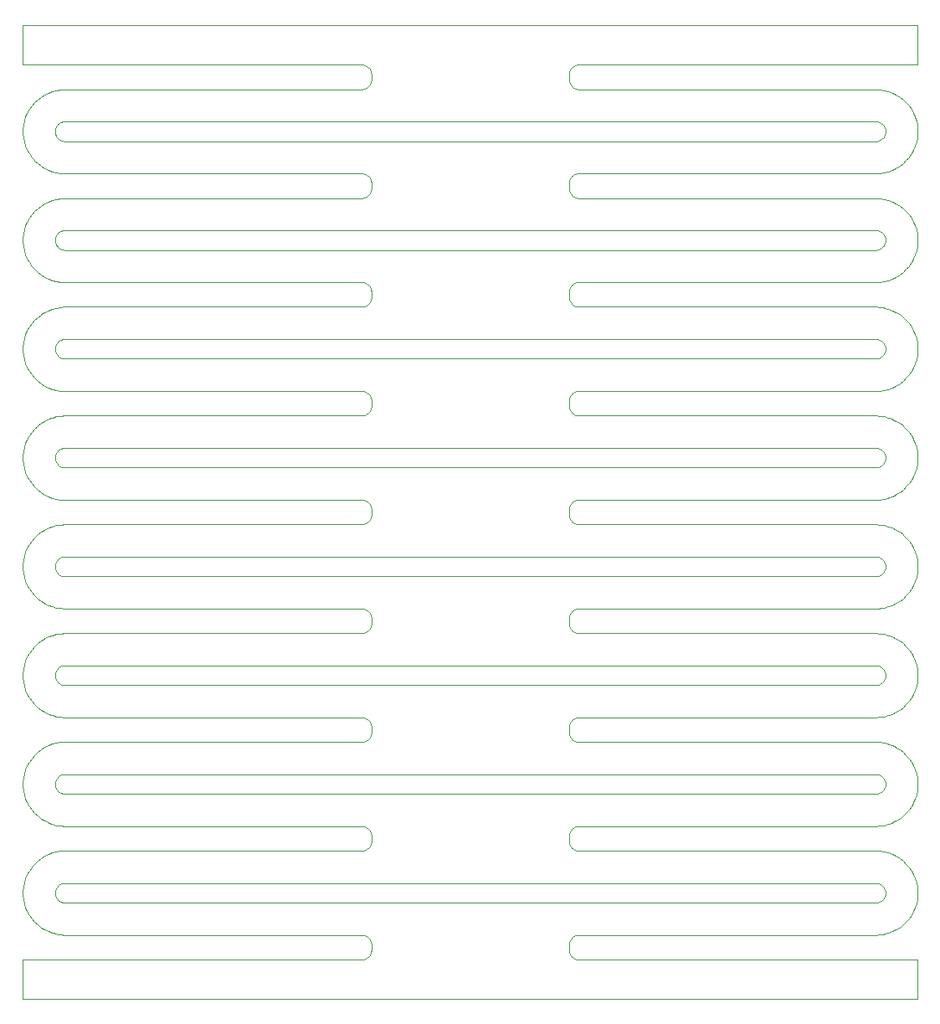
<source format=gbr>
G04 #@! TF.GenerationSoftware,KiCad,Pcbnew,5.1.5+dfsg1-2build2*
G04 #@! TF.CreationDate,2021-10-10T04:01:21+00:00*
G04 #@! TF.ProjectId,bobbin_top_4.0,626f6262-696e-45f7-946f-705f342e302e,rev?*
G04 #@! TF.SameCoordinates,Original*
G04 #@! TF.FileFunction,Profile,NP*
%FSLAX46Y46*%
G04 Gerber Fmt 4.6, Leading zero omitted, Abs format (unit mm)*
G04 Created by KiCad (PCBNEW 5.1.5+dfsg1-2build2) date 2021-10-10 04:01:21*
%MOMM*%
%LPD*%
G04 APERTURE LIST*
G04 #@! TA.AperFunction,Profile*
%ADD10C,0.100000*%
G04 #@! TD*
G04 APERTURE END LIST*
D10*
X136499900Y-121216000D02*
X136401200Y-121236200D01*
X136596400Y-121185700D02*
X136499900Y-121216000D01*
X136689300Y-121145900D02*
X136596400Y-121185700D01*
X136777600Y-121096800D02*
X136689300Y-121145900D01*
X136860600Y-121039100D02*
X136777600Y-121096800D01*
X136937300Y-120973300D02*
X136860600Y-121039100D01*
X137007100Y-120899800D02*
X136937300Y-120973300D01*
X137069000Y-120819900D02*
X137007100Y-120899800D01*
X137122400Y-120734100D02*
X137069000Y-120819900D01*
X137166900Y-120643400D02*
X137122400Y-120734100D01*
X137202000Y-120548600D02*
X137166900Y-120643400D01*
X137227300Y-120450800D02*
X137202000Y-120548600D01*
X137242600Y-120350800D02*
X137227300Y-120450800D01*
X137247700Y-120249900D02*
X137242600Y-120350800D01*
X137242600Y-120149200D02*
X137247700Y-120249900D01*
X137227300Y-120049300D02*
X137242600Y-120149200D01*
X137202000Y-119951500D02*
X137227300Y-120049300D01*
X137166900Y-119856700D02*
X137202000Y-119951500D01*
X137122400Y-119766000D02*
X137166900Y-119856700D01*
X137069000Y-119680200D02*
X137122400Y-119766000D01*
X137007100Y-119600300D02*
X137069000Y-119680200D01*
X136937300Y-119526800D02*
X137007100Y-119600300D01*
X136860600Y-119461000D02*
X136937300Y-119526800D01*
X136777600Y-119403300D02*
X136860600Y-119461000D01*
X136689300Y-119354200D02*
X136777600Y-119403300D01*
X136596600Y-119314500D02*
X136689300Y-119354200D01*
X136500200Y-119284200D02*
X136596600Y-119314500D01*
X136401200Y-119263900D02*
X136500200Y-119284200D01*
X136300700Y-119253600D02*
X136401200Y-119263900D01*
X136224800Y-119251000D02*
X136300700Y-119253600D01*
X54275500Y-119251000D02*
X136224800Y-119251000D01*
X54199100Y-119253600D02*
X54275500Y-119251000D01*
X54098800Y-119263900D02*
X54199100Y-119253600D01*
X53999800Y-119284200D02*
X54098800Y-119263900D01*
X53903400Y-119314500D02*
X53999800Y-119284200D01*
X53810500Y-119354400D02*
X53903400Y-119314500D01*
X53722100Y-119403400D02*
X53810500Y-119354400D01*
X53639200Y-119461200D02*
X53722100Y-119403400D01*
X53562500Y-119527000D02*
X53639200Y-119461200D01*
X53492900Y-119600300D02*
X53562500Y-119527000D01*
X53431000Y-119680200D02*
X53492900Y-119600300D01*
X53377600Y-119766000D02*
X53431000Y-119680200D01*
X53333100Y-119856700D02*
X53377600Y-119766000D01*
X53298100Y-119951200D02*
X53333100Y-119856700D01*
X53272700Y-120049100D02*
X53298100Y-119951200D01*
X53257400Y-120149000D02*
X53272700Y-120049100D01*
X53252300Y-120249900D02*
X53257400Y-120149000D01*
X53257400Y-120350800D02*
X53252300Y-120249900D01*
X53272700Y-120450800D02*
X53257400Y-120350800D01*
X53298000Y-120548600D02*
X53272700Y-120450800D01*
X53333100Y-120643400D02*
X53298000Y-120548600D01*
X53377600Y-120734100D02*
X53333100Y-120643400D01*
X53431000Y-120819900D02*
X53377600Y-120734100D01*
X53492900Y-120899800D02*
X53431000Y-120819900D01*
X53562500Y-120973100D02*
X53492900Y-120899800D01*
X53639200Y-121038900D02*
X53562500Y-120973100D01*
X53722100Y-121096700D02*
X53639200Y-121038900D01*
X53810500Y-121145700D02*
X53722100Y-121096700D01*
X53903400Y-121185600D02*
X53810500Y-121145700D01*
X53999800Y-121215900D02*
X53903400Y-121185600D01*
X54098800Y-121236200D02*
X53999800Y-121215900D01*
X54199300Y-121246500D02*
X54098800Y-121236200D01*
X54275200Y-121249000D02*
X54199300Y-121246500D01*
X136225000Y-121249000D02*
X54275200Y-121249000D01*
X136300400Y-121246500D02*
X136225000Y-121249000D01*
X136401200Y-121236200D02*
X136300400Y-121246500D01*
X136499900Y-110215900D02*
X136401100Y-110236200D01*
X136596400Y-110185700D02*
X136499900Y-110215900D01*
X136689300Y-110145900D02*
X136596400Y-110185700D01*
X136777600Y-110096800D02*
X136689300Y-110145900D01*
X136860600Y-110039100D02*
X136777600Y-110096800D01*
X136937300Y-109973300D02*
X136860600Y-110039100D01*
X137007100Y-109899800D02*
X136937300Y-109973300D01*
X137069000Y-109819900D02*
X137007100Y-109899800D01*
X137122400Y-109734100D02*
X137069000Y-109819900D01*
X137166900Y-109643400D02*
X137122400Y-109734100D01*
X137202000Y-109548600D02*
X137166900Y-109643400D01*
X137227300Y-109450700D02*
X137202000Y-109548600D01*
X137242600Y-109350800D02*
X137227300Y-109450700D01*
X137247700Y-109249900D02*
X137242600Y-109350800D01*
X137242600Y-109149200D02*
X137247700Y-109249900D01*
X137227300Y-109049300D02*
X137242600Y-109149200D01*
X137202000Y-108951500D02*
X137227300Y-109049300D01*
X137166900Y-108856700D02*
X137202000Y-108951500D01*
X137122400Y-108766000D02*
X137166900Y-108856700D01*
X137069000Y-108680200D02*
X137122400Y-108766000D01*
X137007100Y-108600300D02*
X137069000Y-108680200D01*
X136937300Y-108526800D02*
X137007100Y-108600300D01*
X136860600Y-108461000D02*
X136937300Y-108526800D01*
X136777600Y-108403300D02*
X136860600Y-108461000D01*
X136689300Y-108354200D02*
X136777600Y-108403300D01*
X136596600Y-108314500D02*
X136689300Y-108354200D01*
X136500200Y-108284200D02*
X136596600Y-108314500D01*
X136401200Y-108263900D02*
X136500200Y-108284200D01*
X136300700Y-108253600D02*
X136401200Y-108263900D01*
X136224800Y-108251000D02*
X136300700Y-108253600D01*
X54275400Y-108251000D02*
X136224800Y-108251000D01*
X54199100Y-108253600D02*
X54275400Y-108251000D01*
X54098800Y-108263900D02*
X54199100Y-108253600D01*
X53999800Y-108284200D02*
X54098800Y-108263900D01*
X53903400Y-108314500D02*
X53999800Y-108284200D01*
X53810500Y-108354300D02*
X53903400Y-108314500D01*
X53722100Y-108403400D02*
X53810500Y-108354300D01*
X53639200Y-108461200D02*
X53722100Y-108403400D01*
X53562500Y-108527000D02*
X53639200Y-108461200D01*
X53492900Y-108600300D02*
X53562500Y-108527000D01*
X53431000Y-108680200D02*
X53492900Y-108600300D01*
X53377600Y-108766000D02*
X53431000Y-108680200D01*
X53333100Y-108856700D02*
X53377600Y-108766000D01*
X53298100Y-108951200D02*
X53333100Y-108856700D01*
X53272700Y-109049100D02*
X53298100Y-108951200D01*
X53257400Y-109149000D02*
X53272700Y-109049100D01*
X53252300Y-109249900D02*
X53257400Y-109149000D01*
X53257400Y-109350800D02*
X53252300Y-109249900D01*
X53272700Y-109450700D02*
X53257400Y-109350800D01*
X53298000Y-109548600D02*
X53272700Y-109450700D01*
X53333100Y-109643400D02*
X53298000Y-109548600D01*
X53377600Y-109734100D02*
X53333100Y-109643400D01*
X53431000Y-109819900D02*
X53377600Y-109734100D01*
X53492900Y-109899800D02*
X53431000Y-109819900D01*
X53562500Y-109973100D02*
X53492900Y-109899800D01*
X53639200Y-110038900D02*
X53562500Y-109973100D01*
X53722100Y-110096700D02*
X53639200Y-110038900D01*
X53810500Y-110145700D02*
X53722100Y-110096700D01*
X53903400Y-110185600D02*
X53810500Y-110145700D01*
X53999800Y-110215900D02*
X53903400Y-110185600D01*
X54098800Y-110236200D02*
X53999800Y-110215900D01*
X54199300Y-110246500D02*
X54098800Y-110236200D01*
X54275200Y-110249000D02*
X54199300Y-110246500D01*
X136225000Y-110249000D02*
X54275200Y-110249000D01*
X136300500Y-110246500D02*
X136225000Y-110249000D01*
X136401100Y-110236200D02*
X136300500Y-110246500D01*
X136499900Y-99215900D02*
X136401100Y-99236200D01*
X136596400Y-99185700D02*
X136499900Y-99215900D01*
X136689300Y-99145800D02*
X136596400Y-99185700D01*
X136777600Y-99096800D02*
X136689300Y-99145800D01*
X136860600Y-99039100D02*
X136777600Y-99096800D01*
X136937300Y-98973300D02*
X136860600Y-99039100D01*
X137007100Y-98899800D02*
X136937300Y-98973300D01*
X137069000Y-98819900D02*
X137007100Y-98899800D01*
X137122400Y-98734100D02*
X137069000Y-98819900D01*
X137166900Y-98643400D02*
X137122400Y-98734100D01*
X137202000Y-98548600D02*
X137166900Y-98643400D01*
X137227300Y-98450700D02*
X137202000Y-98548600D01*
X137242600Y-98350800D02*
X137227300Y-98450700D01*
X137247700Y-98249900D02*
X137242600Y-98350800D01*
X137242600Y-98149200D02*
X137247700Y-98249900D01*
X137227300Y-98049300D02*
X137242600Y-98149200D01*
X137202000Y-97951500D02*
X137227300Y-98049300D01*
X137166900Y-97856700D02*
X137202000Y-97951500D01*
X137122400Y-97766000D02*
X137166900Y-97856700D01*
X137069000Y-97680200D02*
X137122400Y-97766000D01*
X137007100Y-97600300D02*
X137069000Y-97680200D01*
X136937300Y-97526800D02*
X137007100Y-97600300D01*
X136860600Y-97461000D02*
X136937300Y-97526800D01*
X136777600Y-97403300D02*
X136860600Y-97461000D01*
X136689300Y-97354200D02*
X136777600Y-97403300D01*
X136596600Y-97314500D02*
X136689300Y-97354200D01*
X136500200Y-97284200D02*
X136596600Y-97314500D01*
X136401200Y-97263800D02*
X136500200Y-97284200D01*
X136300700Y-97253600D02*
X136401200Y-97263800D01*
X136224800Y-97251000D02*
X136300700Y-97253600D01*
X54275400Y-97251000D02*
X136224800Y-97251000D01*
X54199200Y-97253600D02*
X54275400Y-97251000D01*
X54098800Y-97263800D02*
X54199200Y-97253600D01*
X53999800Y-97284200D02*
X54098800Y-97263800D01*
X53903400Y-97314500D02*
X53999800Y-97284200D01*
X53810500Y-97354300D02*
X53903400Y-97314500D01*
X53722100Y-97403400D02*
X53810500Y-97354300D01*
X53639200Y-97461100D02*
X53722100Y-97403400D01*
X53562500Y-97527000D02*
X53639200Y-97461100D01*
X53492900Y-97600300D02*
X53562500Y-97527000D01*
X53431000Y-97680200D02*
X53492900Y-97600300D01*
X53377600Y-97766000D02*
X53431000Y-97680200D01*
X53333100Y-97856700D02*
X53377600Y-97766000D01*
X53298100Y-97951200D02*
X53333100Y-97856700D01*
X53272700Y-98049100D02*
X53298100Y-97951200D01*
X53257400Y-98149000D02*
X53272700Y-98049100D01*
X53252300Y-98249900D02*
X53257400Y-98149000D01*
X53257400Y-98350800D02*
X53252300Y-98249900D01*
X53272700Y-98450700D02*
X53257400Y-98350800D01*
X53298000Y-98548600D02*
X53272700Y-98450700D01*
X53333100Y-98643400D02*
X53298000Y-98548600D01*
X53377600Y-98734100D02*
X53333100Y-98643400D01*
X53431000Y-98819900D02*
X53377600Y-98734100D01*
X53492900Y-98899800D02*
X53431000Y-98819900D01*
X53562500Y-98973100D02*
X53492900Y-98899800D01*
X53639200Y-99038900D02*
X53562500Y-98973100D01*
X53722100Y-99096700D02*
X53639200Y-99038900D01*
X53810500Y-99145700D02*
X53722100Y-99096700D01*
X53903400Y-99185600D02*
X53810500Y-99145700D01*
X53999800Y-99215900D02*
X53903400Y-99185600D01*
X54098800Y-99236200D02*
X53999800Y-99215900D01*
X54199300Y-99246500D02*
X54098800Y-99236200D01*
X54275200Y-99249000D02*
X54199300Y-99246500D01*
X136224900Y-99249000D02*
X54275200Y-99249000D01*
X136300500Y-99246500D02*
X136224900Y-99249000D01*
X136401100Y-99236200D02*
X136300500Y-99246500D01*
X136499900Y-88215900D02*
X136401100Y-88236200D01*
X136596400Y-88185700D02*
X136499900Y-88215900D01*
X136689300Y-88145800D02*
X136596400Y-88185700D01*
X136777600Y-88096800D02*
X136689300Y-88145800D01*
X136860600Y-88039100D02*
X136777600Y-88096800D01*
X136937300Y-87973300D02*
X136860600Y-88039100D01*
X137007100Y-87899800D02*
X136937300Y-87973300D01*
X137069000Y-87819900D02*
X137007100Y-87899800D01*
X137122400Y-87734100D02*
X137069000Y-87819900D01*
X137166900Y-87643400D02*
X137122400Y-87734100D01*
X137202000Y-87548600D02*
X137166900Y-87643400D01*
X137227300Y-87450700D02*
X137202000Y-87548600D01*
X137242600Y-87350800D02*
X137227300Y-87450700D01*
X137247700Y-87249900D02*
X137242600Y-87350800D01*
X137242600Y-87149200D02*
X137247700Y-87249900D01*
X137227300Y-87049300D02*
X137242600Y-87149200D01*
X137202000Y-86951500D02*
X137227300Y-87049300D01*
X137166900Y-86856700D02*
X137202000Y-86951500D01*
X137122400Y-86766000D02*
X137166900Y-86856700D01*
X137069000Y-86680200D02*
X137122400Y-86766000D01*
X137007100Y-86600200D02*
X137069000Y-86680200D01*
X136937300Y-86526800D02*
X137007100Y-86600200D01*
X136860600Y-86461000D02*
X136937300Y-86526800D01*
X136777600Y-86403200D02*
X136860600Y-86461000D01*
X136689300Y-86354200D02*
X136777600Y-86403200D01*
X136596600Y-86314500D02*
X136689300Y-86354200D01*
X136500200Y-86284200D02*
X136596600Y-86314500D01*
X136401200Y-86263800D02*
X136500200Y-86284200D01*
X136300700Y-86253600D02*
X136401200Y-86263800D01*
X136224800Y-86251000D02*
X136300700Y-86253600D01*
X54275400Y-86251000D02*
X136224800Y-86251000D01*
X54199200Y-86253600D02*
X54275400Y-86251000D01*
X54098800Y-86263800D02*
X54199200Y-86253600D01*
X53999800Y-86284200D02*
X54098800Y-86263800D01*
X53903400Y-86314500D02*
X53999800Y-86284200D01*
X53810500Y-86354300D02*
X53903400Y-86314500D01*
X53722100Y-86403400D02*
X53810500Y-86354300D01*
X53639200Y-86461100D02*
X53722100Y-86403400D01*
X53562500Y-86527000D02*
X53639200Y-86461100D01*
X53492900Y-86600200D02*
X53562500Y-86527000D01*
X53431000Y-86680200D02*
X53492900Y-86600200D01*
X53377600Y-86766000D02*
X53431000Y-86680200D01*
X53333100Y-86856700D02*
X53377600Y-86766000D01*
X53298100Y-86951200D02*
X53333100Y-86856700D01*
X53272700Y-87049100D02*
X53298100Y-86951200D01*
X53257400Y-87149000D02*
X53272700Y-87049100D01*
X53252300Y-87249900D02*
X53257400Y-87149000D01*
X53257400Y-87350800D02*
X53252300Y-87249900D01*
X53272700Y-87450700D02*
X53257400Y-87350800D01*
X53298000Y-87548600D02*
X53272700Y-87450700D01*
X53333100Y-87643400D02*
X53298000Y-87548600D01*
X53377600Y-87734100D02*
X53333100Y-87643400D01*
X53431000Y-87819900D02*
X53377600Y-87734100D01*
X53492900Y-87899800D02*
X53431000Y-87819900D01*
X53562500Y-87973100D02*
X53492900Y-87899800D01*
X53639200Y-88038900D02*
X53562500Y-87973100D01*
X53722100Y-88096700D02*
X53639200Y-88038900D01*
X53810500Y-88145700D02*
X53722100Y-88096700D01*
X53903400Y-88185600D02*
X53810500Y-88145700D01*
X53999800Y-88215900D02*
X53903400Y-88185600D01*
X54098800Y-88236200D02*
X53999800Y-88215900D01*
X54199300Y-88246500D02*
X54098800Y-88236200D01*
X54275200Y-88249000D02*
X54199300Y-88246500D01*
X136224900Y-88249000D02*
X54275200Y-88249000D01*
X136300500Y-88246400D02*
X136224900Y-88249000D01*
X136401100Y-88236200D02*
X136300500Y-88246400D01*
X136499900Y-77215900D02*
X136401000Y-77236200D01*
X136596400Y-77185700D02*
X136499900Y-77215900D01*
X136689300Y-77145800D02*
X136596400Y-77185700D01*
X136777600Y-77096800D02*
X136689300Y-77145800D01*
X136860600Y-77039100D02*
X136777600Y-77096800D01*
X136937300Y-76973200D02*
X136860600Y-77039100D01*
X137007100Y-76899800D02*
X136937300Y-76973200D01*
X137069000Y-76819900D02*
X137007100Y-76899800D01*
X137122400Y-76734100D02*
X137069000Y-76819900D01*
X137166900Y-76643300D02*
X137122400Y-76734100D01*
X137202000Y-76548600D02*
X137166900Y-76643300D01*
X137227300Y-76450700D02*
X137202000Y-76548600D01*
X137242600Y-76350800D02*
X137227300Y-76450700D01*
X137247700Y-76249900D02*
X137242600Y-76350800D01*
X137242600Y-76149200D02*
X137247700Y-76249900D01*
X137227300Y-76049300D02*
X137242600Y-76149200D01*
X137202000Y-75951500D02*
X137227300Y-76049300D01*
X137166900Y-75856700D02*
X137202000Y-75951500D01*
X137122400Y-75765900D02*
X137166900Y-75856700D01*
X137069000Y-75680200D02*
X137122400Y-75765900D01*
X137007100Y-75600200D02*
X137069000Y-75680200D01*
X136937300Y-75526800D02*
X137007100Y-75600200D01*
X136860600Y-75461000D02*
X136937300Y-75526800D01*
X136777600Y-75403200D02*
X136860600Y-75461000D01*
X136689300Y-75354200D02*
X136777600Y-75403200D01*
X136596600Y-75314500D02*
X136689300Y-75354200D01*
X136500200Y-75284200D02*
X136596600Y-75314500D01*
X136401200Y-75263800D02*
X136500200Y-75284200D01*
X136300700Y-75253600D02*
X136401200Y-75263800D01*
X136224800Y-75251000D02*
X136300700Y-75253600D01*
X54275300Y-75251000D02*
X136224800Y-75251000D01*
X54199200Y-75253600D02*
X54275300Y-75251000D01*
X54098800Y-75263800D02*
X54199200Y-75253600D01*
X53999800Y-75284200D02*
X54098800Y-75263800D01*
X53903400Y-75314500D02*
X53999800Y-75284200D01*
X53810500Y-75354300D02*
X53903400Y-75314500D01*
X53722100Y-75403400D02*
X53810500Y-75354300D01*
X53639200Y-75461100D02*
X53722100Y-75403400D01*
X53562500Y-75527000D02*
X53639200Y-75461100D01*
X53492900Y-75600200D02*
X53562500Y-75527000D01*
X53431000Y-75680200D02*
X53492900Y-75600200D01*
X53377600Y-75765900D02*
X53431000Y-75680200D01*
X53333100Y-75856700D02*
X53377600Y-75765900D01*
X53298100Y-75951200D02*
X53333100Y-75856700D01*
X53272700Y-76049000D02*
X53298100Y-75951200D01*
X53257400Y-76148900D02*
X53272700Y-76049000D01*
X53252300Y-76249900D02*
X53257400Y-76148900D01*
X53257400Y-76350800D02*
X53252300Y-76249900D01*
X53272700Y-76450700D02*
X53257400Y-76350800D01*
X53298000Y-76548600D02*
X53272700Y-76450700D01*
X53333100Y-76643300D02*
X53298000Y-76548600D01*
X53377600Y-76734100D02*
X53333100Y-76643300D01*
X53431000Y-76819900D02*
X53377600Y-76734100D01*
X53492900Y-76899800D02*
X53431000Y-76819900D01*
X53562500Y-76973100D02*
X53492900Y-76899800D01*
X53639200Y-77038900D02*
X53562500Y-76973100D01*
X53722100Y-77096700D02*
X53639200Y-77038900D01*
X53810500Y-77145700D02*
X53722100Y-77096700D01*
X53903400Y-77185600D02*
X53810500Y-77145700D01*
X53999800Y-77215800D02*
X53903400Y-77185600D01*
X54098800Y-77236200D02*
X53999800Y-77215800D01*
X54199300Y-77246400D02*
X54098800Y-77236200D01*
X54275200Y-77249000D02*
X54199300Y-77246400D01*
X136224800Y-77249000D02*
X54275200Y-77249000D01*
X136300600Y-77246400D02*
X136224800Y-77249000D01*
X136401000Y-77236200D02*
X136300600Y-77246400D01*
X136499900Y-66215900D02*
X136401000Y-66236200D01*
X136596400Y-66185700D02*
X136499900Y-66215900D01*
X136689300Y-66145800D02*
X136596400Y-66185700D01*
X136777600Y-66096800D02*
X136689300Y-66145800D01*
X136860600Y-66039100D02*
X136777600Y-66096800D01*
X136937300Y-65973200D02*
X136860600Y-66039100D01*
X137007100Y-65899800D02*
X136937300Y-65973200D01*
X137068800Y-65820100D02*
X137007100Y-65899800D01*
X137122300Y-65734300D02*
X137068800Y-65820100D01*
X137166800Y-65643600D02*
X137122300Y-65734300D01*
X137201900Y-65548800D02*
X137166800Y-65643600D01*
X137227300Y-65451000D02*
X137201900Y-65548800D01*
X137242600Y-65351100D02*
X137227300Y-65451000D01*
X137247700Y-65250100D02*
X137242600Y-65351100D01*
X137242600Y-65149200D02*
X137247700Y-65250100D01*
X137227300Y-65049300D02*
X137242600Y-65149200D01*
X137202000Y-64951500D02*
X137227300Y-65049300D01*
X137166800Y-64856400D02*
X137202000Y-64951500D01*
X137122300Y-64765700D02*
X137166800Y-64856400D01*
X137068800Y-64679900D02*
X137122300Y-64765700D01*
X137006900Y-64600000D02*
X137068800Y-64679900D01*
X136937300Y-64526800D02*
X137006900Y-64600000D01*
X136860600Y-64461000D02*
X136937300Y-64526800D01*
X136777600Y-64403200D02*
X136860600Y-64461000D01*
X136689500Y-64354300D02*
X136777600Y-64403200D01*
X136596600Y-64314400D02*
X136689500Y-64354300D01*
X136500200Y-64284200D02*
X136596600Y-64314400D01*
X136401200Y-64263800D02*
X136500200Y-64284200D01*
X136300700Y-64253600D02*
X136401200Y-64263800D01*
X136224800Y-64251000D02*
X136300700Y-64253600D01*
X54275300Y-64251000D02*
X136224800Y-64251000D01*
X54199300Y-64253600D02*
X54275300Y-64251000D01*
X54098800Y-64263800D02*
X54199300Y-64253600D01*
X53999800Y-64284200D02*
X54098800Y-64263800D01*
X53903400Y-64314400D02*
X53999800Y-64284200D01*
X53810500Y-64354300D02*
X53903400Y-64314400D01*
X53722100Y-64403400D02*
X53810500Y-64354300D01*
X53639200Y-64461100D02*
X53722100Y-64403400D01*
X53562500Y-64527000D02*
X53639200Y-64461100D01*
X53492900Y-64600200D02*
X53562500Y-64527000D01*
X53431000Y-64680200D02*
X53492900Y-64600200D01*
X53377600Y-64765900D02*
X53431000Y-64680200D01*
X53333100Y-64856700D02*
X53377600Y-64765900D01*
X53298000Y-64951500D02*
X53333100Y-64856700D01*
X53272700Y-65049000D02*
X53298000Y-64951500D01*
X53257400Y-65148900D02*
X53272700Y-65049000D01*
X53252300Y-65249900D02*
X53257400Y-65148900D01*
X53257400Y-65350800D02*
X53252300Y-65249900D01*
X53272700Y-65450700D02*
X53257400Y-65350800D01*
X53298000Y-65548600D02*
X53272700Y-65450700D01*
X53333100Y-65643300D02*
X53298000Y-65548600D01*
X53377600Y-65734100D02*
X53333100Y-65643300D01*
X53431000Y-65819900D02*
X53377600Y-65734100D01*
X53492900Y-65899800D02*
X53431000Y-65819900D01*
X53562500Y-65973100D02*
X53492900Y-65899800D01*
X53639200Y-66038900D02*
X53562500Y-65973100D01*
X53722100Y-66096600D02*
X53639200Y-66038900D01*
X53810500Y-66145700D02*
X53722100Y-66096600D01*
X53903400Y-66185600D02*
X53810500Y-66145700D01*
X53999800Y-66215800D02*
X53903400Y-66185600D01*
X54098800Y-66236200D02*
X53999800Y-66215800D01*
X54199300Y-66246400D02*
X54098800Y-66236200D01*
X54275200Y-66249000D02*
X54199300Y-66246400D01*
X136224800Y-66249000D02*
X54275200Y-66249000D01*
X136300600Y-66246400D02*
X136224800Y-66249000D01*
X136401000Y-66236200D02*
X136300600Y-66246400D01*
X136499900Y-55215900D02*
X136401000Y-55236200D01*
X136596400Y-55185700D02*
X136499900Y-55215900D01*
X136689300Y-55145800D02*
X136596400Y-55185700D01*
X136777600Y-55096800D02*
X136689300Y-55145800D01*
X136860600Y-55039100D02*
X136777600Y-55096800D01*
X136937300Y-54973200D02*
X136860600Y-55039100D01*
X137007100Y-54899800D02*
X136937300Y-54973200D01*
X137068800Y-54820100D02*
X137007100Y-54899800D01*
X137122300Y-54734300D02*
X137068800Y-54820100D01*
X137166800Y-54643600D02*
X137122300Y-54734300D01*
X137201900Y-54548800D02*
X137166800Y-54643600D01*
X137227300Y-54451000D02*
X137201900Y-54548800D01*
X137242600Y-54351100D02*
X137227300Y-54451000D01*
X137247700Y-54250100D02*
X137242600Y-54351100D01*
X137242600Y-54149200D02*
X137247700Y-54250100D01*
X137227300Y-54049300D02*
X137242600Y-54149200D01*
X137202000Y-53951500D02*
X137227300Y-54049300D01*
X137166800Y-53856400D02*
X137202000Y-53951500D01*
X137122300Y-53765700D02*
X137166800Y-53856400D01*
X137068800Y-53679900D02*
X137122300Y-53765700D01*
X137006900Y-53600000D02*
X137068800Y-53679900D01*
X136937300Y-53526800D02*
X137006900Y-53600000D01*
X136860600Y-53460900D02*
X136937300Y-53526800D01*
X136777600Y-53403200D02*
X136860600Y-53460900D01*
X136689500Y-53354300D02*
X136777600Y-53403200D01*
X136596600Y-53314400D02*
X136689500Y-53354300D01*
X136500200Y-53284200D02*
X136596600Y-53314400D01*
X136401200Y-53263800D02*
X136500200Y-53284200D01*
X136300700Y-53253600D02*
X136401200Y-53263800D01*
X136224800Y-53251000D02*
X136300700Y-53253600D01*
X54275200Y-53251000D02*
X136224800Y-53251000D01*
X54199300Y-53253600D02*
X54275200Y-53251000D01*
X54098800Y-53263800D02*
X54199300Y-53253600D01*
X53999800Y-53284200D02*
X54098800Y-53263800D01*
X53903400Y-53314400D02*
X53999800Y-53284200D01*
X53810500Y-53354300D02*
X53903400Y-53314400D01*
X53722100Y-53403400D02*
X53810500Y-53354300D01*
X53639200Y-53461100D02*
X53722100Y-53403400D01*
X53562500Y-53527000D02*
X53639200Y-53461100D01*
X53492900Y-53600200D02*
X53562500Y-53527000D01*
X53431000Y-53680200D02*
X53492900Y-53600200D01*
X53377600Y-53765900D02*
X53431000Y-53680200D01*
X53333100Y-53856700D02*
X53377600Y-53765900D01*
X53298000Y-53951500D02*
X53333100Y-53856700D01*
X53272700Y-54049000D02*
X53298000Y-53951500D01*
X53257400Y-54148900D02*
X53272700Y-54049000D01*
X53252300Y-54249900D02*
X53257400Y-54148900D01*
X53257400Y-54350800D02*
X53252300Y-54249900D01*
X53272700Y-54450700D02*
X53257400Y-54350800D01*
X53298000Y-54548500D02*
X53272700Y-54450700D01*
X53333100Y-54643300D02*
X53298000Y-54548500D01*
X53377600Y-54734100D02*
X53333100Y-54643300D01*
X53431000Y-54819900D02*
X53377600Y-54734100D01*
X53492900Y-54899800D02*
X53431000Y-54819900D01*
X53562500Y-54973000D02*
X53492900Y-54899800D01*
X53639200Y-55038900D02*
X53562500Y-54973000D01*
X53722100Y-55096600D02*
X53639200Y-55038900D01*
X53810500Y-55145700D02*
X53722100Y-55096600D01*
X53903400Y-55185600D02*
X53810500Y-55145700D01*
X53999800Y-55215800D02*
X53903400Y-55185600D01*
X54098800Y-55236200D02*
X53999800Y-55215800D01*
X54199300Y-55246400D02*
X54098800Y-55236200D01*
X54275200Y-55249000D02*
X54199300Y-55246400D01*
X136224800Y-55249000D02*
X54275200Y-55249000D01*
X136300700Y-55246400D02*
X136224800Y-55249000D01*
X136401000Y-55236200D02*
X136300700Y-55246400D01*
X136500200Y-132215900D02*
X136400700Y-132236300D01*
X136596600Y-132185600D02*
X136500200Y-132215900D01*
X136689500Y-132145800D02*
X136596600Y-132185600D01*
X136777900Y-132096700D02*
X136689500Y-132145800D01*
X136860800Y-132038900D02*
X136777900Y-132096700D01*
X136937500Y-131973100D02*
X136860800Y-132038900D01*
X137007100Y-131899800D02*
X136937500Y-131973100D01*
X137069000Y-131819900D02*
X137007100Y-131899800D01*
X137122400Y-131734100D02*
X137069000Y-131819900D01*
X137166900Y-131643400D02*
X137122400Y-131734100D01*
X137202000Y-131548600D02*
X137166900Y-131643400D01*
X137227300Y-131450800D02*
X137202000Y-131548600D01*
X137242600Y-131350900D02*
X137227300Y-131450800D01*
X137247700Y-131249900D02*
X137242600Y-131350900D01*
X137242600Y-131149300D02*
X137247700Y-131249900D01*
X137227300Y-131049400D02*
X137242600Y-131149300D01*
X137202000Y-130951500D02*
X137227300Y-131049400D01*
X137166900Y-130856700D02*
X137202000Y-130951500D01*
X137122400Y-130766000D02*
X137166900Y-130856700D01*
X137069000Y-130680200D02*
X137122400Y-130766000D01*
X137007100Y-130600300D02*
X137069000Y-130680200D01*
X136937300Y-130526800D02*
X137007100Y-130600300D01*
X136860600Y-130461000D02*
X136937300Y-130526800D01*
X136777600Y-130403300D02*
X136860600Y-130461000D01*
X136689300Y-130354200D02*
X136777600Y-130403300D01*
X136596600Y-130314500D02*
X136689300Y-130354200D01*
X136500200Y-130284200D02*
X136596600Y-130314500D01*
X136401200Y-130263900D02*
X136500200Y-130284200D01*
X136300700Y-130253600D02*
X136401200Y-130263900D01*
X136224800Y-130251100D02*
X136300700Y-130253600D01*
X54275000Y-130251100D02*
X136224800Y-130251100D01*
X54199500Y-130253600D02*
X54275000Y-130251100D01*
X54098800Y-130263900D02*
X54199500Y-130253600D01*
X53999800Y-130284200D02*
X54098800Y-130263900D01*
X53903400Y-130314500D02*
X53999800Y-130284200D01*
X53810500Y-130354400D02*
X53903400Y-130314500D01*
X53722100Y-130403400D02*
X53810500Y-130354400D01*
X53639200Y-130461200D02*
X53722100Y-130403400D01*
X53562500Y-130527000D02*
X53639200Y-130461200D01*
X53492900Y-130600300D02*
X53562500Y-130527000D01*
X53431000Y-130680200D02*
X53492900Y-130600300D01*
X53377600Y-130766000D02*
X53431000Y-130680200D01*
X53333100Y-130856700D02*
X53377600Y-130766000D01*
X53298100Y-130951200D02*
X53333100Y-130856700D01*
X53272700Y-131049100D02*
X53298100Y-130951200D01*
X53257400Y-131149000D02*
X53272700Y-131049100D01*
X53252300Y-131249900D02*
X53257400Y-131149000D01*
X53257400Y-131350900D02*
X53252300Y-131249900D01*
X53272700Y-131450800D02*
X53257400Y-131350900D01*
X53298000Y-131548600D02*
X53272700Y-131450800D01*
X53333100Y-131643400D02*
X53298000Y-131548600D01*
X53377600Y-131734100D02*
X53333100Y-131643400D01*
X53431000Y-131819900D02*
X53377600Y-131734100D01*
X53492900Y-131899800D02*
X53431000Y-131819900D01*
X53562500Y-131973100D02*
X53492900Y-131899800D01*
X53639200Y-132038900D02*
X53562500Y-131973100D01*
X53722100Y-132096700D02*
X53639200Y-132038900D01*
X53810500Y-132145800D02*
X53722100Y-132096700D01*
X53903400Y-132185600D02*
X53810500Y-132145800D01*
X53999800Y-132215900D02*
X53903400Y-132185600D01*
X54098800Y-132236200D02*
X53999800Y-132215900D01*
X54199300Y-132246500D02*
X54098800Y-132236200D01*
X54275200Y-132249100D02*
X54199300Y-132246500D01*
X136224500Y-132249100D02*
X54275200Y-132249100D01*
X136300900Y-132246500D02*
X136224500Y-132249100D01*
X136400700Y-132236300D02*
X136300900Y-132246500D01*
X140471000Y-43499000D02*
X50014600Y-43499700D01*
X140486300Y-43499800D02*
X140471000Y-43499000D01*
X140492300Y-43503000D02*
X140486300Y-43499800D01*
X140494800Y-43508200D02*
X140492300Y-43503000D01*
X140495500Y-43523500D02*
X140494800Y-43508200D01*
X140495500Y-47475500D02*
X140495500Y-43523500D01*
X140494300Y-47492700D02*
X140495500Y-47475500D01*
X140491600Y-47496700D02*
X140494300Y-47492700D01*
X140486300Y-47499200D02*
X140491600Y-47496700D01*
X106241200Y-47500000D02*
X140486300Y-47499200D01*
X106144000Y-47504800D02*
X106241200Y-47500000D01*
X106047900Y-47519000D02*
X106144000Y-47504800D01*
X105953600Y-47542600D02*
X106047900Y-47519000D01*
X105862200Y-47575400D02*
X105953600Y-47542600D01*
X105774300Y-47616900D02*
X105862200Y-47575400D01*
X105691000Y-47666900D02*
X105774300Y-47616900D01*
X105613000Y-47724700D02*
X105691000Y-47666900D01*
X105541000Y-47790000D02*
X105613000Y-47724700D01*
X105475700Y-47862000D02*
X105541000Y-47790000D01*
X105417900Y-47940000D02*
X105475700Y-47862000D01*
X105367900Y-48023300D02*
X105417900Y-47940000D01*
X105326400Y-48111100D02*
X105367900Y-48023300D01*
X105293600Y-48202600D02*
X105326400Y-48111100D01*
X105270000Y-48296900D02*
X105293600Y-48202600D01*
X105255800Y-48393000D02*
X105270000Y-48296900D01*
X105251000Y-48490200D02*
X105255800Y-48393000D01*
X105251000Y-49008800D02*
X105251000Y-48490200D01*
X105255800Y-49106000D02*
X105251000Y-49008800D01*
X105270000Y-49202100D02*
X105255800Y-49106000D01*
X105293600Y-49296400D02*
X105270000Y-49202100D01*
X105326400Y-49387900D02*
X105293600Y-49296400D01*
X105367900Y-49475700D02*
X105326400Y-49387900D01*
X105417900Y-49559000D02*
X105367900Y-49475700D01*
X105475700Y-49637000D02*
X105417900Y-49559000D01*
X105541000Y-49709000D02*
X105475700Y-49637000D01*
X105613000Y-49774300D02*
X105541000Y-49709000D01*
X105691000Y-49832100D02*
X105613000Y-49774300D01*
X105774300Y-49882100D02*
X105691000Y-49832100D01*
X105862200Y-49923600D02*
X105774300Y-49882100D01*
X105953600Y-49956400D02*
X105862200Y-49923600D01*
X106047900Y-49980000D02*
X105953600Y-49956400D01*
X106144000Y-49994200D02*
X106047900Y-49980000D01*
X106241200Y-49999000D02*
X106144000Y-49994200D01*
X136243700Y-49999000D02*
X106241200Y-49999000D01*
X136679800Y-50021100D02*
X136243700Y-49999000D01*
X137093100Y-50084100D02*
X136679800Y-50021100D01*
X137118000Y-50089200D02*
X137093100Y-50084100D01*
X137510300Y-50190800D02*
X137118000Y-50089200D01*
X137534500Y-50198400D02*
X137510300Y-50190800D01*
X137926500Y-50343900D02*
X137534500Y-50198400D01*
X138312700Y-50533300D02*
X137926500Y-50343900D01*
X138678100Y-50761100D02*
X138312700Y-50533300D01*
X139008900Y-51016700D02*
X138678100Y-50761100D01*
X139028200Y-51033300D02*
X139008900Y-51016700D01*
X139321900Y-51312400D02*
X139028200Y-51033300D01*
X139339400Y-51330900D02*
X139321900Y-51312400D01*
X139611500Y-51648400D02*
X139339400Y-51330900D01*
X139857200Y-52001400D02*
X139611500Y-51648400D01*
X140066200Y-52377800D02*
X139857200Y-52001400D01*
X140231400Y-52761900D02*
X140066200Y-52377800D01*
X140240200Y-52785700D02*
X140231400Y-52761900D01*
X140361500Y-53172300D02*
X140240200Y-52785700D01*
X140367900Y-53196900D02*
X140361500Y-53172300D01*
X140451700Y-53606600D02*
X140367900Y-53196900D01*
X140494300Y-54022000D02*
X140451700Y-53606600D01*
X140495500Y-54047400D02*
X140494300Y-54022000D01*
X140495200Y-54465600D02*
X140495500Y-54047400D01*
X140451700Y-54893400D02*
X140495200Y-54465600D01*
X140365000Y-55315200D02*
X140451700Y-54893400D01*
X140240200Y-55714200D02*
X140365000Y-55315200D01*
X140231400Y-55738100D02*
X140240200Y-55714200D01*
X140071600Y-56110400D02*
X140231400Y-55738100D01*
X140060400Y-56133200D02*
X140071600Y-56110400D01*
X139857200Y-56498700D02*
X140060400Y-56133200D01*
X139618900Y-56841600D02*
X139857200Y-56498700D01*
X139603300Y-56861700D02*
X139618900Y-56841600D01*
X139330700Y-57178800D02*
X139603300Y-56861700D01*
X139018600Y-57475400D02*
X139330700Y-57178800D01*
X138678500Y-57738700D02*
X139018600Y-57475400D01*
X138313100Y-57966500D02*
X138678500Y-57738700D01*
X137926500Y-58156100D02*
X138313100Y-57966500D01*
X137522700Y-58305700D02*
X137926500Y-58156100D01*
X137105900Y-58413600D02*
X137522700Y-58305700D01*
X136692700Y-58477300D02*
X137105900Y-58413600D01*
X136667400Y-58479800D02*
X136692700Y-58477300D01*
X136243700Y-58501000D02*
X136667400Y-58479800D01*
X106241200Y-58501000D02*
X136243700Y-58501000D01*
X106144000Y-58505800D02*
X106241200Y-58501000D01*
X106047900Y-58520000D02*
X106144000Y-58505800D01*
X105953600Y-58543600D02*
X106047900Y-58520000D01*
X105862200Y-58576400D02*
X105953600Y-58543600D01*
X105774300Y-58617900D02*
X105862200Y-58576400D01*
X105691000Y-58667900D02*
X105774300Y-58617900D01*
X105613000Y-58725700D02*
X105691000Y-58667900D01*
X105541000Y-58791000D02*
X105613000Y-58725700D01*
X105475700Y-58863000D02*
X105541000Y-58791000D01*
X105417900Y-58941000D02*
X105475700Y-58863000D01*
X105367900Y-59024300D02*
X105417900Y-58941000D01*
X105326400Y-59112100D02*
X105367900Y-59024300D01*
X105293600Y-59203600D02*
X105326400Y-59112100D01*
X105270000Y-59297900D02*
X105293600Y-59203600D01*
X105255800Y-59394000D02*
X105270000Y-59297900D01*
X105251000Y-59491200D02*
X105255800Y-59394000D01*
X105251000Y-60008800D02*
X105251000Y-59491200D01*
X105255800Y-60106000D02*
X105251000Y-60008800D01*
X105270000Y-60202100D02*
X105255800Y-60106000D01*
X105293600Y-60296400D02*
X105270000Y-60202100D01*
X105326400Y-60387900D02*
X105293600Y-60296400D01*
X105367900Y-60475700D02*
X105326400Y-60387900D01*
X105417900Y-60559000D02*
X105367900Y-60475700D01*
X105475700Y-60637000D02*
X105417900Y-60559000D01*
X105541000Y-60709000D02*
X105475700Y-60637000D01*
X105613000Y-60774300D02*
X105541000Y-60709000D01*
X105691000Y-60832200D02*
X105613000Y-60774300D01*
X105774300Y-60882100D02*
X105691000Y-60832200D01*
X105862200Y-60923600D02*
X105774300Y-60882100D01*
X105953600Y-60956400D02*
X105862200Y-60923600D01*
X106047900Y-60980000D02*
X105953600Y-60956400D01*
X106144000Y-60994200D02*
X106047900Y-60980000D01*
X106241200Y-60999000D02*
X106144000Y-60994200D01*
X136243700Y-60999000D02*
X106241200Y-60999000D01*
X136679800Y-61021100D02*
X136243700Y-60999000D01*
X137093400Y-61084100D02*
X136679800Y-61021100D01*
X137118000Y-61089200D02*
X137093400Y-61084100D01*
X137522300Y-61194200D02*
X137118000Y-61089200D01*
X137914500Y-61339100D02*
X137522300Y-61194200D01*
X137937800Y-61349100D02*
X137914500Y-61339100D01*
X138301600Y-61527500D02*
X137937800Y-61349100D01*
X138323800Y-61539900D02*
X138301600Y-61527500D01*
X138678500Y-61761400D02*
X138323800Y-61539900D01*
X139018600Y-62024600D02*
X138678500Y-61761400D01*
X139330700Y-62321300D02*
X139018600Y-62024600D01*
X139603300Y-62638300D02*
X139330700Y-62321300D01*
X139618900Y-62658400D02*
X139603300Y-62638300D01*
X139850300Y-62990900D02*
X139618900Y-62658400D01*
X139863800Y-63012500D02*
X139850300Y-62990900D01*
X140066400Y-63378300D02*
X139863800Y-63012500D01*
X140236000Y-63773500D02*
X140066400Y-63378300D01*
X140364900Y-64184300D02*
X140236000Y-63773500D01*
X140449400Y-64593800D02*
X140364900Y-64184300D01*
X140453300Y-64618900D02*
X140449400Y-64593800D01*
X140494300Y-65022000D02*
X140453300Y-64618900D01*
X140495500Y-65047400D02*
X140494300Y-65022000D01*
X140495200Y-65465600D02*
X140495500Y-65047400D01*
X140451700Y-65893500D02*
X140495200Y-65465600D01*
X140365000Y-66315200D02*
X140451700Y-65893500D01*
X140240200Y-66714200D02*
X140365000Y-66315200D01*
X140231400Y-66738100D02*
X140240200Y-66714200D01*
X140071600Y-67110400D02*
X140231400Y-66738100D01*
X140060400Y-67133200D02*
X140071600Y-67110400D01*
X139857200Y-67498700D02*
X140060400Y-67133200D01*
X139618900Y-67841600D02*
X139857200Y-67498700D01*
X139603300Y-67861700D02*
X139618900Y-67841600D01*
X139330700Y-68178800D02*
X139603300Y-67861700D01*
X139018600Y-68475400D02*
X139330700Y-68178800D01*
X138678500Y-68738700D02*
X139018600Y-68475400D01*
X138313100Y-68966500D02*
X138678500Y-68738700D01*
X137926500Y-69156100D02*
X138313100Y-68966500D01*
X137522700Y-69305700D02*
X137926500Y-69156100D01*
X137105900Y-69413600D02*
X137522700Y-69305700D01*
X136692700Y-69477300D02*
X137105900Y-69413600D01*
X136667400Y-69479800D02*
X136692700Y-69477300D01*
X136243700Y-69501000D02*
X136667400Y-69479800D01*
X106241200Y-69501000D02*
X136243700Y-69501000D01*
X106144000Y-69505800D02*
X106241200Y-69501000D01*
X106047900Y-69520000D02*
X106144000Y-69505800D01*
X105953600Y-69543600D02*
X106047900Y-69520000D01*
X105862200Y-69576400D02*
X105953600Y-69543600D01*
X105774300Y-69617900D02*
X105862200Y-69576400D01*
X105691000Y-69667900D02*
X105774300Y-69617900D01*
X105613000Y-69725700D02*
X105691000Y-69667900D01*
X105541000Y-69791000D02*
X105613000Y-69725700D01*
X105475700Y-69863000D02*
X105541000Y-69791000D01*
X105417900Y-69941000D02*
X105475700Y-69863000D01*
X105367900Y-70024300D02*
X105417900Y-69941000D01*
X105326400Y-70112200D02*
X105367900Y-70024300D01*
X105293600Y-70203600D02*
X105326400Y-70112200D01*
X105270000Y-70297900D02*
X105293600Y-70203600D01*
X105255800Y-70394000D02*
X105270000Y-70297900D01*
X105251000Y-70491200D02*
X105255800Y-70394000D01*
X105251000Y-71008800D02*
X105251000Y-70491200D01*
X105255800Y-71106000D02*
X105251000Y-71008800D01*
X105270000Y-71202100D02*
X105255800Y-71106000D01*
X105293600Y-71296400D02*
X105270000Y-71202100D01*
X105326400Y-71387900D02*
X105293600Y-71296400D01*
X105367900Y-71475700D02*
X105326400Y-71387900D01*
X105417900Y-71559000D02*
X105367900Y-71475700D01*
X105475700Y-71637100D02*
X105417900Y-71559000D01*
X105541000Y-71709000D02*
X105475700Y-71637100D01*
X105613000Y-71774300D02*
X105541000Y-71709000D01*
X105691000Y-71832200D02*
X105613000Y-71774300D01*
X105774300Y-71882100D02*
X105691000Y-71832200D01*
X105862200Y-71923600D02*
X105774300Y-71882100D01*
X105953600Y-71956400D02*
X105862200Y-71923600D01*
X106047900Y-71980000D02*
X105953600Y-71956400D01*
X106144000Y-71994200D02*
X106047900Y-71980000D01*
X106241200Y-71999000D02*
X106144000Y-71994200D01*
X136243700Y-71999000D02*
X106241200Y-71999000D01*
X136679800Y-72021100D02*
X136243700Y-71999000D01*
X137093400Y-72084100D02*
X136679800Y-72021100D01*
X137118000Y-72089200D02*
X137093400Y-72084100D01*
X137522300Y-72194200D02*
X137118000Y-72089200D01*
X137914500Y-72339100D02*
X137522300Y-72194200D01*
X137937800Y-72349100D02*
X137914500Y-72339100D01*
X138301600Y-72527600D02*
X137937800Y-72349100D01*
X138323800Y-72539900D02*
X138301600Y-72527600D01*
X138678500Y-72761400D02*
X138323800Y-72539900D01*
X139018600Y-73024600D02*
X138678500Y-72761400D01*
X139330700Y-73321300D02*
X139018600Y-73024600D01*
X139603300Y-73638300D02*
X139330700Y-73321300D01*
X139618900Y-73658400D02*
X139603300Y-73638300D01*
X139850300Y-73990900D02*
X139618900Y-73658400D01*
X139863800Y-74012500D02*
X139850300Y-73990900D01*
X140066400Y-74378300D02*
X139863800Y-74012500D01*
X140236000Y-74773500D02*
X140066400Y-74378300D01*
X140364900Y-75184400D02*
X140236000Y-74773500D01*
X140449400Y-75593800D02*
X140364900Y-75184400D01*
X140453300Y-75619000D02*
X140449400Y-75593800D01*
X140494300Y-76022000D02*
X140453300Y-75619000D01*
X140495500Y-76047400D02*
X140494300Y-76022000D01*
X140495200Y-76465600D02*
X140495500Y-76047400D01*
X140451700Y-76893500D02*
X140495200Y-76465600D01*
X140365000Y-77315200D02*
X140451700Y-76893500D01*
X140240200Y-77714300D02*
X140365000Y-77315200D01*
X140231400Y-77738100D02*
X140240200Y-77714300D01*
X140071600Y-78110400D02*
X140231400Y-77738100D01*
X140060400Y-78133300D02*
X140071600Y-78110400D01*
X139857200Y-78498700D02*
X140060400Y-78133300D01*
X139611200Y-78852100D02*
X139857200Y-78498700D01*
X139331000Y-79178400D02*
X139611200Y-78852100D01*
X139018900Y-79475100D02*
X139331000Y-79178400D01*
X138678500Y-79738700D02*
X139018900Y-79475100D01*
X138323800Y-79960100D02*
X138678500Y-79738700D01*
X138301600Y-79972500D02*
X138323800Y-79960100D01*
X137937900Y-80150900D02*
X138301600Y-79972500D01*
X137914500Y-80160900D02*
X137937900Y-80150900D01*
X137522200Y-80305800D02*
X137914500Y-80160900D01*
X137118100Y-80410800D02*
X137522200Y-80305800D01*
X137093100Y-80415900D02*
X137118100Y-80410800D01*
X136679800Y-80478900D02*
X137093100Y-80415900D01*
X136243700Y-80501000D02*
X136679800Y-80478900D01*
X106241200Y-80501000D02*
X136243700Y-80501000D01*
X106144000Y-80505800D02*
X106241200Y-80501000D01*
X106047900Y-80520000D02*
X106144000Y-80505800D01*
X105953600Y-80543600D02*
X106047900Y-80520000D01*
X105862200Y-80576400D02*
X105953600Y-80543600D01*
X105774300Y-80617900D02*
X105862200Y-80576400D01*
X105691000Y-80667900D02*
X105774300Y-80617900D01*
X105613000Y-80725700D02*
X105691000Y-80667900D01*
X105541000Y-80791000D02*
X105613000Y-80725700D01*
X105475700Y-80863000D02*
X105541000Y-80791000D01*
X105417900Y-80941000D02*
X105475700Y-80863000D01*
X105367900Y-81024300D02*
X105417900Y-80941000D01*
X105326400Y-81112200D02*
X105367900Y-81024300D01*
X105293600Y-81203600D02*
X105326400Y-81112200D01*
X105270000Y-81297900D02*
X105293600Y-81203600D01*
X105255800Y-81394000D02*
X105270000Y-81297900D01*
X105251000Y-81491300D02*
X105255800Y-81394000D01*
X105251000Y-82008800D02*
X105251000Y-81491300D01*
X105255800Y-82106100D02*
X105251000Y-82008800D01*
X105270000Y-82202200D02*
X105255800Y-82106100D01*
X105293600Y-82296400D02*
X105270000Y-82202200D01*
X105326400Y-82387900D02*
X105293600Y-82296400D01*
X105367900Y-82475700D02*
X105326400Y-82387900D01*
X105417900Y-82559000D02*
X105367900Y-82475700D01*
X105475700Y-82637100D02*
X105417900Y-82559000D01*
X105541000Y-82709000D02*
X105475700Y-82637100D01*
X105613000Y-82774300D02*
X105541000Y-82709000D01*
X105691000Y-82832200D02*
X105613000Y-82774300D01*
X105774300Y-82882100D02*
X105691000Y-82832200D01*
X105862200Y-82923600D02*
X105774300Y-82882100D01*
X105953600Y-82956400D02*
X105862200Y-82923600D01*
X106047900Y-82980000D02*
X105953600Y-82956400D01*
X106144000Y-82994200D02*
X106047900Y-82980000D01*
X106241200Y-82999000D02*
X106144000Y-82994200D01*
X136256400Y-82999300D02*
X106241200Y-82999000D01*
X136680300Y-83021200D02*
X136256400Y-82999300D01*
X137105900Y-83086400D02*
X136680300Y-83021200D01*
X137522800Y-83194400D02*
X137105900Y-83086400D01*
X137914500Y-83339100D02*
X137522800Y-83194400D01*
X137937800Y-83349100D02*
X137914500Y-83339100D01*
X138301600Y-83527600D02*
X137937800Y-83349100D01*
X138323800Y-83539900D02*
X138301600Y-83527600D01*
X138678100Y-83761100D02*
X138323800Y-83539900D01*
X139008900Y-84016700D02*
X138678100Y-83761100D01*
X139028200Y-84033300D02*
X139008900Y-84016700D01*
X139330700Y-84321300D02*
X139028200Y-84033300D01*
X139603500Y-84638500D02*
X139330700Y-84321300D01*
X139618900Y-84658400D02*
X139603500Y-84638500D01*
X139857500Y-85001800D02*
X139618900Y-84658400D01*
X140060400Y-85366800D02*
X139857500Y-85001800D01*
X140071600Y-85389600D02*
X140060400Y-85366800D01*
X140236000Y-85773500D02*
X140071600Y-85389600D01*
X140361500Y-86172300D02*
X140236000Y-85773500D01*
X140367900Y-86197000D02*
X140361500Y-86172300D01*
X140451600Y-86606100D02*
X140367900Y-86197000D01*
X140495200Y-87035000D02*
X140451600Y-86606100D01*
X140495500Y-87452600D02*
X140495200Y-87035000D01*
X140494300Y-87478000D02*
X140495500Y-87452600D01*
X140451700Y-87893500D02*
X140494300Y-87478000D01*
X140367900Y-88303100D02*
X140451700Y-87893500D01*
X140361500Y-88327700D02*
X140367900Y-88303100D01*
X140236200Y-88726100D02*
X140361500Y-88327700D01*
X140066200Y-89122200D02*
X140236200Y-88726100D01*
X139863800Y-89487500D02*
X140066200Y-89122200D01*
X139850300Y-89509100D02*
X139863800Y-89487500D01*
X139611500Y-89851700D02*
X139850300Y-89509100D01*
X139339400Y-90169200D02*
X139611500Y-89851700D01*
X139321900Y-90187600D02*
X139339400Y-90169200D01*
X139018900Y-90475100D02*
X139321900Y-90187600D01*
X138678000Y-90739000D02*
X139018900Y-90475100D01*
X138323800Y-90960100D02*
X138678000Y-90739000D01*
X138301600Y-90972500D02*
X138323800Y-90960100D01*
X137926500Y-91156100D02*
X138301600Y-90972500D01*
X137534500Y-91301600D02*
X137926500Y-91156100D01*
X137510300Y-91309300D02*
X137534500Y-91301600D01*
X137105900Y-91413600D02*
X137510300Y-91309300D01*
X136679800Y-91478900D02*
X137105900Y-91413600D01*
X136243700Y-91501000D02*
X136679800Y-91478900D01*
X106241200Y-91501000D02*
X136243700Y-91501000D01*
X106144000Y-91505800D02*
X106241200Y-91501000D01*
X106047900Y-91520000D02*
X106144000Y-91505800D01*
X105953600Y-91543600D02*
X106047900Y-91520000D01*
X105862200Y-91576400D02*
X105953600Y-91543600D01*
X105774300Y-91617900D02*
X105862200Y-91576400D01*
X105691000Y-91667900D02*
X105774300Y-91617900D01*
X105613000Y-91725700D02*
X105691000Y-91667900D01*
X105541000Y-91791000D02*
X105613000Y-91725700D01*
X105475700Y-91863000D02*
X105541000Y-91791000D01*
X105417900Y-91941000D02*
X105475700Y-91863000D01*
X105367900Y-92024300D02*
X105417900Y-91941000D01*
X105326400Y-92112200D02*
X105367900Y-92024300D01*
X105293600Y-92203600D02*
X105326400Y-92112200D01*
X105270000Y-92297900D02*
X105293600Y-92203600D01*
X105255800Y-92394000D02*
X105270000Y-92297900D01*
X105251000Y-92491300D02*
X105255800Y-92394000D01*
X105251000Y-93008800D02*
X105251000Y-92491300D01*
X105255800Y-93106100D02*
X105251000Y-93008800D01*
X105270000Y-93202200D02*
X105255800Y-93106100D01*
X105293600Y-93296400D02*
X105270000Y-93202200D01*
X105326400Y-93387900D02*
X105293600Y-93296400D01*
X105367900Y-93475700D02*
X105326400Y-93387900D01*
X105417900Y-93559000D02*
X105367900Y-93475700D01*
X105475700Y-93637100D02*
X105417900Y-93559000D01*
X105541000Y-93709000D02*
X105475700Y-93637100D01*
X105613000Y-93774300D02*
X105541000Y-93709000D01*
X105691000Y-93832200D02*
X105613000Y-93774300D01*
X105774300Y-93882100D02*
X105691000Y-93832200D01*
X105862200Y-93923700D02*
X105774300Y-93882100D01*
X105953600Y-93956400D02*
X105862200Y-93923700D01*
X106047900Y-93980000D02*
X105953600Y-93956400D01*
X106144000Y-93994200D02*
X106047900Y-93980000D01*
X106241200Y-93999000D02*
X106144000Y-93994200D01*
X136249900Y-93999100D02*
X106241200Y-93999000D01*
X136667300Y-94020200D02*
X136249900Y-93999100D01*
X136692600Y-94022800D02*
X136667300Y-94020200D01*
X137105400Y-94086300D02*
X136692600Y-94022800D01*
X137510300Y-94190800D02*
X137105400Y-94086300D01*
X137534500Y-94198400D02*
X137510300Y-94190800D01*
X137926100Y-94343800D02*
X137534500Y-94198400D01*
X138301600Y-94527600D02*
X137926100Y-94343800D01*
X138323600Y-94539800D02*
X138301600Y-94527600D01*
X138678100Y-94761100D02*
X138323600Y-94539800D01*
X139008900Y-95016800D02*
X138678100Y-94761100D01*
X139028200Y-95033300D02*
X139008900Y-95016800D01*
X139331100Y-95321700D02*
X139028200Y-95033300D01*
X139611200Y-95648000D02*
X139331100Y-95321700D01*
X139850300Y-95990900D02*
X139611200Y-95648000D01*
X139863800Y-96012500D02*
X139850300Y-95990900D01*
X140066200Y-96377900D02*
X139863800Y-96012500D01*
X140231400Y-96761900D02*
X140066200Y-96377900D01*
X140240200Y-96785800D02*
X140231400Y-96761900D01*
X140365100Y-97184900D02*
X140240200Y-96785800D01*
X140451600Y-97606100D02*
X140365100Y-97184900D01*
X140494300Y-98022000D02*
X140451600Y-97606100D01*
X140495500Y-98047400D02*
X140494300Y-98022000D01*
X140495200Y-98465100D02*
X140495500Y-98047400D01*
X140453300Y-98881100D02*
X140495200Y-98465100D01*
X140449400Y-98906200D02*
X140453300Y-98881100D01*
X140365000Y-99315300D02*
X140449400Y-98906200D01*
X140240200Y-99714300D02*
X140365000Y-99315300D01*
X140231400Y-99738100D02*
X140240200Y-99714300D01*
X140066400Y-100121800D02*
X140231400Y-99738100D01*
X139863800Y-100487500D02*
X140066400Y-100121800D01*
X139850300Y-100509100D02*
X139863800Y-100487500D01*
X139618900Y-100841600D02*
X139850300Y-100509100D01*
X139603300Y-100861700D02*
X139618900Y-100841600D01*
X139331000Y-101178400D02*
X139603300Y-100861700D01*
X139028200Y-101466700D02*
X139331000Y-101178400D01*
X139008900Y-101483300D02*
X139028200Y-101466700D01*
X138678000Y-101739000D02*
X139008900Y-101483300D01*
X138313100Y-101966500D02*
X138678000Y-101739000D01*
X137937900Y-102150900D02*
X138313100Y-101966500D01*
X137914500Y-102160900D02*
X137937900Y-102150900D01*
X137522200Y-102305900D02*
X137914500Y-102160900D01*
X137105900Y-102413700D02*
X137522200Y-102305900D01*
X136692700Y-102477300D02*
X137105900Y-102413700D01*
X136667400Y-102479900D02*
X136692700Y-102477300D01*
X136243800Y-102501000D02*
X136667400Y-102479900D01*
X106241200Y-102501000D02*
X136243800Y-102501000D01*
X106144000Y-102505800D02*
X106241200Y-102501000D01*
X106047900Y-102520000D02*
X106144000Y-102505800D01*
X105953600Y-102543700D02*
X106047900Y-102520000D01*
X105862200Y-102576400D02*
X105953600Y-102543700D01*
X105774300Y-102617900D02*
X105862200Y-102576400D01*
X105691000Y-102667900D02*
X105774300Y-102617900D01*
X105613000Y-102725700D02*
X105691000Y-102667900D01*
X105541000Y-102791000D02*
X105613000Y-102725700D01*
X105475700Y-102863000D02*
X105541000Y-102791000D01*
X105417900Y-102941000D02*
X105475700Y-102863000D01*
X105367900Y-103024300D02*
X105417900Y-102941000D01*
X105326400Y-103112200D02*
X105367900Y-103024300D01*
X105293600Y-103203600D02*
X105326400Y-103112200D01*
X105270000Y-103297900D02*
X105293600Y-103203600D01*
X105255800Y-103394000D02*
X105270000Y-103297900D01*
X105251000Y-103491300D02*
X105255800Y-103394000D01*
X105251000Y-104008800D02*
X105251000Y-103491300D01*
X105255800Y-104106100D02*
X105251000Y-104008800D01*
X105270000Y-104202200D02*
X105255800Y-104106100D01*
X105293600Y-104296400D02*
X105270000Y-104202200D01*
X105326400Y-104387900D02*
X105293600Y-104296400D01*
X105367900Y-104475700D02*
X105326400Y-104387900D01*
X105417900Y-104559000D02*
X105367900Y-104475700D01*
X105475700Y-104637100D02*
X105417900Y-104559000D01*
X105541000Y-104709100D02*
X105475700Y-104637100D01*
X105613000Y-104774300D02*
X105541000Y-104709100D01*
X105691000Y-104832200D02*
X105613000Y-104774300D01*
X105774300Y-104882100D02*
X105691000Y-104832200D01*
X105862200Y-104923700D02*
X105774300Y-104882100D01*
X105953600Y-104956400D02*
X105862200Y-104923700D01*
X106047900Y-104980000D02*
X105953600Y-104956400D01*
X106144000Y-104994200D02*
X106047900Y-104980000D01*
X106241200Y-104999000D02*
X106144000Y-104994200D01*
X136243700Y-104999000D02*
X106241200Y-104999000D01*
X136680300Y-105021200D02*
X136243700Y-104999000D01*
X137093100Y-105084100D02*
X136680300Y-105021200D01*
X137118000Y-105089200D02*
X137093100Y-105084100D01*
X137522300Y-105194200D02*
X137118000Y-105089200D01*
X137914500Y-105339100D02*
X137522300Y-105194200D01*
X137937800Y-105349200D02*
X137914500Y-105339100D01*
X138312700Y-105533400D02*
X137937800Y-105349200D01*
X138667600Y-105754200D02*
X138312700Y-105533400D01*
X138688500Y-105768800D02*
X138667600Y-105754200D01*
X139018600Y-106024700D02*
X138688500Y-105768800D01*
X139321900Y-106312500D02*
X139018600Y-106024700D01*
X139339400Y-106330900D02*
X139321900Y-106312500D01*
X139611200Y-106648000D02*
X139339400Y-106330900D01*
X139850300Y-106991000D02*
X139611200Y-106648000D01*
X139863800Y-107012500D02*
X139850300Y-106991000D01*
X140066200Y-107377900D02*
X139863800Y-107012500D01*
X140231400Y-107761900D02*
X140066200Y-107377900D01*
X140240200Y-107785800D02*
X140231400Y-107761900D01*
X140365100Y-108184900D02*
X140240200Y-107785800D01*
X140451600Y-108606100D02*
X140365100Y-108184900D01*
X140494300Y-109022100D02*
X140451600Y-108606100D01*
X140495500Y-109047500D02*
X140494300Y-109022100D01*
X140495200Y-109465100D02*
X140495500Y-109047500D01*
X140453300Y-109881100D02*
X140495200Y-109465100D01*
X140449400Y-109906200D02*
X140453300Y-109881100D01*
X140365000Y-110315300D02*
X140449400Y-109906200D01*
X140240200Y-110714300D02*
X140365000Y-110315300D01*
X140231400Y-110738100D02*
X140240200Y-110714300D01*
X140066400Y-111121800D02*
X140231400Y-110738100D01*
X139863800Y-111487500D02*
X140066400Y-111121800D01*
X139850300Y-111509100D02*
X139863800Y-111487500D01*
X139611500Y-111851700D02*
X139850300Y-111509100D01*
X139339400Y-112169200D02*
X139611500Y-111851700D01*
X139321900Y-112187600D02*
X139339400Y-112169200D01*
X139018900Y-112475100D02*
X139321900Y-112187600D01*
X138678500Y-112738700D02*
X139018900Y-112475100D01*
X138323800Y-112960100D02*
X138678500Y-112738700D01*
X138301600Y-112972500D02*
X138323800Y-112960100D01*
X137937900Y-113150900D02*
X138301600Y-112972500D01*
X137914500Y-113160900D02*
X137937900Y-113150900D01*
X137522200Y-113305900D02*
X137914500Y-113160900D01*
X137105400Y-113413800D02*
X137522200Y-113305900D01*
X136680300Y-113478900D02*
X137105400Y-113413800D01*
X136250100Y-113500900D02*
X136680300Y-113478900D01*
X106241200Y-113501000D02*
X136250100Y-113500900D01*
X106144000Y-113505800D02*
X106241200Y-113501000D01*
X106047900Y-113520000D02*
X106144000Y-113505800D01*
X105953600Y-113543700D02*
X106047900Y-113520000D01*
X105862200Y-113576400D02*
X105953600Y-113543700D01*
X105774300Y-113617900D02*
X105862200Y-113576400D01*
X105691000Y-113667900D02*
X105774300Y-113617900D01*
X105613000Y-113725700D02*
X105691000Y-113667900D01*
X105541000Y-113791000D02*
X105613000Y-113725700D01*
X105475700Y-113863000D02*
X105541000Y-113791000D01*
X105417900Y-113941000D02*
X105475700Y-113863000D01*
X105367900Y-114024300D02*
X105417900Y-113941000D01*
X105326400Y-114112200D02*
X105367900Y-114024300D01*
X105293600Y-114203600D02*
X105326400Y-114112200D01*
X105270000Y-114297900D02*
X105293600Y-114203600D01*
X105255800Y-114394000D02*
X105270000Y-114297900D01*
X105251000Y-114491300D02*
X105255800Y-114394000D01*
X105251000Y-115008800D02*
X105251000Y-114491300D01*
X105255800Y-115106100D02*
X105251000Y-115008800D01*
X105270000Y-115202200D02*
X105255800Y-115106100D01*
X105293600Y-115296400D02*
X105270000Y-115202200D01*
X105326400Y-115387900D02*
X105293600Y-115296400D01*
X105367900Y-115475700D02*
X105326400Y-115387900D01*
X105417900Y-115559000D02*
X105367900Y-115475700D01*
X105475700Y-115637100D02*
X105417900Y-115559000D01*
X105541000Y-115709100D02*
X105475700Y-115637100D01*
X105613000Y-115774300D02*
X105541000Y-115709100D01*
X105691000Y-115832200D02*
X105613000Y-115774300D01*
X105774300Y-115882100D02*
X105691000Y-115832200D01*
X105862200Y-115923700D02*
X105774300Y-115882100D01*
X105953600Y-115956400D02*
X105862200Y-115923700D01*
X106047900Y-115980000D02*
X105953600Y-115956400D01*
X106144000Y-115994300D02*
X106047900Y-115980000D01*
X106241200Y-115999000D02*
X106144000Y-115994300D01*
X136243700Y-115999000D02*
X106241200Y-115999000D01*
X136679800Y-116021200D02*
X136243700Y-115999000D01*
X137105900Y-116086400D02*
X136679800Y-116021200D01*
X137510300Y-116190800D02*
X137105900Y-116086400D01*
X137534500Y-116198400D02*
X137510300Y-116190800D01*
X137926100Y-116343800D02*
X137534500Y-116198400D01*
X138301600Y-116527600D02*
X137926100Y-116343800D01*
X138323800Y-116539900D02*
X138301600Y-116527600D01*
X138678100Y-116761100D02*
X138323800Y-116539900D01*
X139018600Y-117024700D02*
X138678100Y-116761100D01*
X139331100Y-117321700D02*
X139018600Y-117024700D01*
X139603300Y-117638300D02*
X139331100Y-117321700D01*
X139618900Y-117658400D02*
X139603300Y-117638300D01*
X139857200Y-118001400D02*
X139618900Y-117658400D01*
X140060400Y-118366800D02*
X139857200Y-118001400D01*
X140071600Y-118389600D02*
X140060400Y-118366800D01*
X140236000Y-118773600D02*
X140071600Y-118389600D01*
X140365100Y-119184900D02*
X140236000Y-118773600D01*
X140449400Y-119593800D02*
X140365100Y-119184900D01*
X140453300Y-119619000D02*
X140449400Y-119593800D01*
X140495200Y-120034500D02*
X140453300Y-119619000D01*
X140495500Y-120452600D02*
X140495200Y-120034500D01*
X140494300Y-120478000D02*
X140495500Y-120452600D01*
X140451700Y-120893500D02*
X140494300Y-120478000D01*
X140364900Y-121315800D02*
X140451700Y-120893500D01*
X140240200Y-121714300D02*
X140364900Y-121315800D01*
X140231400Y-121738100D02*
X140240200Y-121714300D01*
X140071600Y-122110500D02*
X140231400Y-121738100D01*
X140060400Y-122133300D02*
X140071600Y-122110500D01*
X139857400Y-122498300D02*
X140060400Y-122133300D01*
X139618900Y-122841700D02*
X139857400Y-122498300D01*
X139603300Y-122861800D02*
X139618900Y-122841700D01*
X139331000Y-123178500D02*
X139603300Y-122861800D01*
X139018900Y-123475100D02*
X139331000Y-123178500D01*
X138678000Y-123739000D02*
X139018900Y-123475100D01*
X138323800Y-123960200D02*
X138678000Y-123739000D01*
X138301600Y-123972500D02*
X138323800Y-123960200D01*
X137937900Y-124150900D02*
X138301600Y-123972500D01*
X137914500Y-124161000D02*
X137937900Y-124150900D01*
X137522700Y-124305700D02*
X137914500Y-124161000D01*
X137118100Y-124410800D02*
X137522700Y-124305700D01*
X137093100Y-124416000D02*
X137118100Y-124410800D01*
X136680300Y-124478900D02*
X137093100Y-124416000D01*
X136256400Y-124500700D02*
X136680300Y-124478900D01*
X106241200Y-124501000D02*
X136256400Y-124500700D01*
X106144000Y-124505800D02*
X106241200Y-124501000D01*
X106047900Y-124520100D02*
X106144000Y-124505800D01*
X105953600Y-124543700D02*
X106047900Y-124520100D01*
X105862200Y-124576400D02*
X105953600Y-124543700D01*
X105774300Y-124617900D02*
X105862200Y-124576400D01*
X105691000Y-124667900D02*
X105774300Y-124617900D01*
X105613000Y-124725700D02*
X105691000Y-124667900D01*
X105541000Y-124791000D02*
X105613000Y-124725700D01*
X105475700Y-124863000D02*
X105541000Y-124791000D01*
X105417900Y-124941000D02*
X105475700Y-124863000D01*
X105367900Y-125024300D02*
X105417900Y-124941000D01*
X105326400Y-125112200D02*
X105367900Y-125024300D01*
X105293600Y-125203600D02*
X105326400Y-125112200D01*
X105270000Y-125297900D02*
X105293600Y-125203600D01*
X105255800Y-125394000D02*
X105270000Y-125297900D01*
X105251000Y-125491300D02*
X105255800Y-125394000D01*
X105251000Y-126008800D02*
X105251000Y-125491300D01*
X105255800Y-126106100D02*
X105251000Y-126008800D01*
X105270000Y-126202200D02*
X105255800Y-126106100D01*
X105293600Y-126296500D02*
X105270000Y-126202200D01*
X105326400Y-126387900D02*
X105293600Y-126296500D01*
X105367900Y-126475700D02*
X105326400Y-126387900D01*
X105417900Y-126559100D02*
X105367900Y-126475700D01*
X105475700Y-126637100D02*
X105417900Y-126559100D01*
X105541000Y-126709100D02*
X105475700Y-126637100D01*
X105613000Y-126774300D02*
X105541000Y-126709100D01*
X105691000Y-126832200D02*
X105613000Y-126774300D01*
X105774300Y-126882200D02*
X105691000Y-126832200D01*
X105862200Y-126923700D02*
X105774300Y-126882200D01*
X105953600Y-126956400D02*
X105862200Y-126923700D01*
X106047900Y-126980000D02*
X105953600Y-126956400D01*
X106144000Y-126994300D02*
X106047900Y-126980000D01*
X106241300Y-126999100D02*
X106144000Y-126994300D01*
X136243700Y-126999100D02*
X106241300Y-126999100D01*
X136667300Y-127020200D02*
X136243700Y-126999100D01*
X136692600Y-127022800D02*
X136667300Y-127020200D01*
X137105900Y-127086400D02*
X136692600Y-127022800D01*
X137522300Y-127194300D02*
X137105900Y-127086400D01*
X137926100Y-127343800D02*
X137522300Y-127194300D01*
X138301600Y-127527600D02*
X137926100Y-127343800D01*
X138323800Y-127539900D02*
X138301600Y-127527600D01*
X138667600Y-127754200D02*
X138323800Y-127539900D01*
X138688500Y-127768800D02*
X138667600Y-127754200D01*
X139019000Y-128025000D02*
X138688500Y-127768800D01*
X139321900Y-128312500D02*
X139019000Y-128025000D01*
X139339400Y-128330900D02*
X139321900Y-128312500D01*
X139611500Y-128648400D02*
X139339400Y-128330900D01*
X139857500Y-129001800D02*
X139611500Y-128648400D01*
X140066200Y-129377900D02*
X139857500Y-129001800D01*
X140236000Y-129773600D02*
X140066200Y-129377900D01*
X140364900Y-130184400D02*
X140236000Y-129773600D01*
X140451600Y-130606200D02*
X140364900Y-130184400D01*
X140495200Y-131034500D02*
X140451600Y-130606200D01*
X140495500Y-131452600D02*
X140495200Y-131034500D01*
X140494300Y-131478000D02*
X140495500Y-131452600D01*
X140453300Y-131881100D02*
X140494300Y-131478000D01*
X140449400Y-131906200D02*
X140453300Y-131881100D01*
X140364900Y-132315800D02*
X140449400Y-131906200D01*
X140236200Y-132726100D02*
X140364900Y-132315800D01*
X140066400Y-133121800D02*
X140236200Y-132726100D01*
X139863800Y-133487500D02*
X140066400Y-133121800D01*
X139850300Y-133509100D02*
X139863800Y-133487500D01*
X139618900Y-133841700D02*
X139850300Y-133509100D01*
X139603300Y-133861800D02*
X139618900Y-133841700D01*
X139330700Y-134178800D02*
X139603300Y-133861800D01*
X139018900Y-134475100D02*
X139330700Y-134178800D01*
X138678500Y-134738700D02*
X139018900Y-134475100D01*
X138323800Y-134960200D02*
X138678500Y-134738700D01*
X138301600Y-134972500D02*
X138323800Y-134960200D01*
X137937900Y-135150900D02*
X138301600Y-134972500D01*
X137914500Y-135161000D02*
X137937900Y-135150900D01*
X137522200Y-135305900D02*
X137914500Y-135161000D01*
X137118100Y-135410800D02*
X137522200Y-135305900D01*
X137093400Y-135415900D02*
X137118100Y-135410800D01*
X136679800Y-135479000D02*
X137093400Y-135415900D01*
X136243700Y-135501100D02*
X136679800Y-135479000D01*
X106241300Y-135501100D02*
X136243700Y-135501100D01*
X106144000Y-135505900D02*
X106241300Y-135501100D01*
X106047900Y-135520100D02*
X106144000Y-135505900D01*
X105953600Y-135543700D02*
X106047900Y-135520100D01*
X105862200Y-135576500D02*
X105953600Y-135543700D01*
X105774300Y-135618000D02*
X105862200Y-135576500D01*
X105691000Y-135667900D02*
X105774300Y-135618000D01*
X105613000Y-135725800D02*
X105691000Y-135667900D01*
X105541000Y-135791100D02*
X105613000Y-135725800D01*
X105475700Y-135863000D02*
X105541000Y-135791100D01*
X105417900Y-135941100D02*
X105475700Y-135863000D01*
X105367900Y-136024400D02*
X105417900Y-135941100D01*
X105326400Y-136112200D02*
X105367900Y-136024400D01*
X105293600Y-136203700D02*
X105326400Y-136112200D01*
X105270000Y-136297900D02*
X105293600Y-136203700D01*
X105255800Y-136394000D02*
X105270000Y-136297900D01*
X105251000Y-136491300D02*
X105255800Y-136394000D01*
X105251000Y-137009800D02*
X105251000Y-136491300D01*
X105255800Y-137107100D02*
X105251000Y-137009800D01*
X105270000Y-137203200D02*
X105255800Y-137107100D01*
X105293600Y-137297400D02*
X105270000Y-137203200D01*
X105326400Y-137388900D02*
X105293600Y-137297400D01*
X105367900Y-137476700D02*
X105326400Y-137388900D01*
X105417900Y-137560100D02*
X105367900Y-137476700D01*
X105475700Y-137638100D02*
X105417900Y-137560100D01*
X105541000Y-137710100D02*
X105475700Y-137638100D01*
X105613000Y-137775300D02*
X105541000Y-137710100D01*
X105691000Y-137833200D02*
X105613000Y-137775300D01*
X105774300Y-137883200D02*
X105691000Y-137833200D01*
X105862200Y-137924700D02*
X105774300Y-137883200D01*
X105953600Y-137957400D02*
X105862200Y-137924700D01*
X106047900Y-137981000D02*
X105953600Y-137957400D01*
X106144000Y-137995300D02*
X106047900Y-137981000D01*
X106241200Y-138000100D02*
X106144000Y-137995300D01*
X140486300Y-138000900D02*
X106241200Y-138000100D01*
X140490800Y-138002700D02*
X140486300Y-138000900D01*
X140494300Y-138007400D02*
X140490800Y-138002700D01*
X140495500Y-138024600D02*
X140494300Y-138007400D01*
X140495500Y-141976500D02*
X140495500Y-138024600D01*
X140494800Y-141991900D02*
X140495500Y-141976500D01*
X140491600Y-141997800D02*
X140494800Y-141991900D01*
X140486300Y-142000300D02*
X140491600Y-141997800D01*
X140471000Y-142001100D02*
X140486300Y-142000300D01*
X50029000Y-142001100D02*
X140471000Y-142001100D01*
X50013700Y-142000300D02*
X50029000Y-142001100D01*
X50007700Y-141997100D02*
X50013700Y-142000300D01*
X50005200Y-141991900D02*
X50007700Y-141997100D01*
X50004500Y-141976500D02*
X50005200Y-141991900D01*
X50004500Y-138024600D02*
X50004500Y-141976500D01*
X50005700Y-138007400D02*
X50004500Y-138024600D01*
X50008400Y-138003300D02*
X50005700Y-138007400D01*
X50013700Y-138000900D02*
X50008400Y-138003300D01*
X84258800Y-138000100D02*
X50013700Y-138000900D01*
X84356000Y-137995300D02*
X84258800Y-138000100D01*
X84452100Y-137981000D02*
X84356000Y-137995300D01*
X84546400Y-137957400D02*
X84452100Y-137981000D01*
X84637900Y-137924700D02*
X84546400Y-137957400D01*
X84725700Y-137883200D02*
X84637900Y-137924700D01*
X84809000Y-137833200D02*
X84725700Y-137883200D01*
X84887000Y-137775300D02*
X84809000Y-137833200D01*
X84959000Y-137710100D02*
X84887000Y-137775300D01*
X85024300Y-137638100D02*
X84959000Y-137710100D01*
X85082100Y-137560100D02*
X85024300Y-137638100D01*
X85132100Y-137476700D02*
X85082100Y-137560100D01*
X85173600Y-137388900D02*
X85132100Y-137476700D01*
X85206400Y-137297400D02*
X85173600Y-137388900D01*
X85230000Y-137203200D02*
X85206400Y-137297400D01*
X85244200Y-137107100D02*
X85230000Y-137203200D01*
X85249000Y-137009800D02*
X85244200Y-137107100D01*
X85249000Y-136491300D02*
X85249000Y-137009800D01*
X85244200Y-136394000D02*
X85249000Y-136491300D01*
X85230000Y-136297900D02*
X85244200Y-136394000D01*
X85206400Y-136203700D02*
X85230000Y-136297900D01*
X85173600Y-136112200D02*
X85206400Y-136203700D01*
X85132100Y-136024400D02*
X85173600Y-136112200D01*
X85082100Y-135941100D02*
X85132100Y-136024400D01*
X85024300Y-135863000D02*
X85082100Y-135941100D01*
X84959000Y-135791000D02*
X85024300Y-135863000D01*
X84887000Y-135725800D02*
X84959000Y-135791000D01*
X84809000Y-135667900D02*
X84887000Y-135725800D01*
X84725700Y-135618000D02*
X84809000Y-135667900D01*
X84637900Y-135576400D02*
X84725700Y-135618000D01*
X84546400Y-135543700D02*
X84637900Y-135576400D01*
X84452100Y-135520100D02*
X84546400Y-135543700D01*
X84356000Y-135505900D02*
X84452100Y-135520100D01*
X84258800Y-135501100D02*
X84356000Y-135505900D01*
X54256300Y-135501100D02*
X84258800Y-135501100D01*
X53820200Y-135478900D02*
X54256300Y-135501100D01*
X53406900Y-135416000D02*
X53820200Y-135478900D01*
X53382000Y-135410900D02*
X53406900Y-135416000D01*
X52989700Y-135309300D02*
X53382000Y-135410900D01*
X52965500Y-135301700D02*
X52989700Y-135309300D01*
X52573500Y-135156100D02*
X52965500Y-135301700D01*
X52187300Y-134966700D02*
X52573500Y-135156100D01*
X51821900Y-134739000D02*
X52187300Y-134966700D01*
X51491100Y-134483300D02*
X51821900Y-134739000D01*
X51471800Y-134466800D02*
X51491100Y-134483300D01*
X51178100Y-134187600D02*
X51471800Y-134466800D01*
X51160600Y-134169200D02*
X51178100Y-134187600D01*
X50888500Y-133851700D02*
X51160600Y-134169200D01*
X50642800Y-133498700D02*
X50888500Y-133851700D01*
X50433800Y-133122200D02*
X50642800Y-133498700D01*
X50268600Y-132738200D02*
X50433800Y-133122200D01*
X50259800Y-132714300D02*
X50268600Y-132738200D01*
X50138500Y-132327700D02*
X50259800Y-132714300D01*
X50132100Y-132303100D02*
X50138500Y-132327700D01*
X50048300Y-131893500D02*
X50132100Y-132303100D01*
X50005700Y-131478000D02*
X50048300Y-131893500D01*
X50004500Y-131452600D02*
X50005700Y-131478000D01*
X50004800Y-131034500D02*
X50004500Y-131452600D01*
X50048300Y-130606600D02*
X50004800Y-131034500D01*
X50135000Y-130184800D02*
X50048300Y-130606600D01*
X50259800Y-129785800D02*
X50135000Y-130184800D01*
X50268600Y-129762000D02*
X50259800Y-129785800D01*
X50428400Y-129389700D02*
X50268600Y-129762000D01*
X50439600Y-129366800D02*
X50428400Y-129389700D01*
X50642800Y-129001400D02*
X50439600Y-129366800D01*
X50881100Y-128658500D02*
X50642800Y-129001400D01*
X50896700Y-128638300D02*
X50881100Y-128658500D01*
X51169300Y-128321300D02*
X50896700Y-128638300D01*
X51481400Y-128024600D02*
X51169300Y-128321300D01*
X51821500Y-127761400D02*
X51481400Y-128024600D01*
X52186900Y-127533600D02*
X51821500Y-127761400D01*
X52573500Y-127344000D02*
X52186900Y-127533600D01*
X52977300Y-127194400D02*
X52573500Y-127344000D01*
X53394100Y-127086400D02*
X52977300Y-127194400D01*
X53807300Y-127022800D02*
X53394100Y-127086400D01*
X53832600Y-127020200D02*
X53807300Y-127022800D01*
X54256300Y-126999100D02*
X53832600Y-127020200D01*
X84258800Y-126999100D02*
X54256300Y-126999100D01*
X84356000Y-126994300D02*
X84258800Y-126999100D01*
X84452100Y-126980000D02*
X84356000Y-126994300D01*
X84546400Y-126956400D02*
X84452100Y-126980000D01*
X84637900Y-126923700D02*
X84546400Y-126956400D01*
X84725700Y-126882200D02*
X84637900Y-126923700D01*
X84809000Y-126832200D02*
X84725700Y-126882200D01*
X84887000Y-126774400D02*
X84809000Y-126832200D01*
X84959000Y-126709100D02*
X84887000Y-126774400D01*
X85024300Y-126637100D02*
X84959000Y-126709100D01*
X85082100Y-126559100D02*
X85024300Y-126637100D01*
X85132100Y-126475800D02*
X85082100Y-126559100D01*
X85173600Y-126387900D02*
X85132100Y-126475800D01*
X85206400Y-126296500D02*
X85173600Y-126387900D01*
X85230000Y-126202200D02*
X85206400Y-126296500D01*
X85244200Y-126106100D02*
X85230000Y-126202200D01*
X85249000Y-126008800D02*
X85244200Y-126106100D01*
X85249000Y-125491300D02*
X85249000Y-126008800D01*
X85244200Y-125394000D02*
X85249000Y-125491300D01*
X85230000Y-125297900D02*
X85244200Y-125394000D01*
X85206400Y-125203700D02*
X85230000Y-125297900D01*
X85173600Y-125112200D02*
X85206400Y-125203700D01*
X85132100Y-125024400D02*
X85173600Y-125112200D01*
X85082100Y-124941000D02*
X85132100Y-125024400D01*
X85024300Y-124863000D02*
X85082100Y-124941000D01*
X84959000Y-124791000D02*
X85024300Y-124863000D01*
X84887000Y-124725800D02*
X84959000Y-124791000D01*
X84809000Y-124667900D02*
X84887000Y-124725800D01*
X84725700Y-124617900D02*
X84809000Y-124667900D01*
X84637900Y-124576400D02*
X84725700Y-124617900D01*
X84546400Y-124543700D02*
X84637900Y-124576400D01*
X84452100Y-124520100D02*
X84546400Y-124543700D01*
X84356000Y-124505800D02*
X84452100Y-124520100D01*
X84258800Y-124501000D02*
X84356000Y-124505800D01*
X54256300Y-124501000D02*
X84258800Y-124501000D01*
X53820200Y-124478900D02*
X54256300Y-124501000D01*
X53406600Y-124415900D02*
X53820200Y-124478900D01*
X53382000Y-124410800D02*
X53406600Y-124415900D01*
X52977700Y-124305900D02*
X53382000Y-124410800D01*
X52585500Y-124161000D02*
X52977700Y-124305900D01*
X52562200Y-124150900D02*
X52585500Y-124161000D01*
X52198400Y-123972500D02*
X52562200Y-124150900D01*
X52176200Y-123960200D02*
X52198400Y-123972500D01*
X51821500Y-123738700D02*
X52176200Y-123960200D01*
X51481400Y-123475400D02*
X51821500Y-123738700D01*
X51169300Y-123178800D02*
X51481400Y-123475400D01*
X50896700Y-122861800D02*
X51169300Y-123178800D01*
X50881100Y-122841700D02*
X50896700Y-122861800D01*
X50649700Y-122509100D02*
X50881100Y-122841700D01*
X50636200Y-122487600D02*
X50649700Y-122509100D01*
X50433600Y-122121800D02*
X50636200Y-122487600D01*
X50264000Y-121726500D02*
X50433600Y-122121800D01*
X50135100Y-121315700D02*
X50264000Y-121726500D01*
X50050600Y-120906300D02*
X50135100Y-121315700D01*
X50046700Y-120881100D02*
X50050600Y-120906300D01*
X50005700Y-120478000D02*
X50046700Y-120881100D01*
X50004500Y-120452600D02*
X50005700Y-120478000D01*
X50004800Y-120034500D02*
X50004500Y-120452600D01*
X50048300Y-119606600D02*
X50004800Y-120034500D01*
X50135000Y-119184800D02*
X50048300Y-119606600D01*
X50259800Y-118785800D02*
X50135000Y-119184800D01*
X50268600Y-118762000D02*
X50259800Y-118785800D01*
X50428400Y-118389600D02*
X50268600Y-118762000D01*
X50439600Y-118366800D02*
X50428400Y-118389600D01*
X50642800Y-118001400D02*
X50439600Y-118366800D01*
X50881100Y-117658400D02*
X50642800Y-118001400D01*
X50896700Y-117638300D02*
X50881100Y-117658400D01*
X51169300Y-117321300D02*
X50896700Y-117638300D01*
X51481400Y-117024600D02*
X51169300Y-117321300D01*
X51821500Y-116761400D02*
X51481400Y-117024600D01*
X52186900Y-116533600D02*
X51821500Y-116761400D01*
X52573500Y-116343900D02*
X52186900Y-116533600D01*
X52977300Y-116194400D02*
X52573500Y-116343900D01*
X53394100Y-116086400D02*
X52977300Y-116194400D01*
X53807400Y-116022800D02*
X53394100Y-116086400D01*
X53832600Y-116020200D02*
X53807400Y-116022800D01*
X54256300Y-115999000D02*
X53832600Y-116020200D01*
X84258800Y-115999000D02*
X54256300Y-115999000D01*
X84356000Y-115994200D02*
X84258800Y-115999000D01*
X84452100Y-115980000D02*
X84356000Y-115994200D01*
X84546400Y-115956400D02*
X84452100Y-115980000D01*
X84637900Y-115923600D02*
X84546400Y-115956400D01*
X84725700Y-115882100D02*
X84637900Y-115923600D01*
X84809000Y-115832200D02*
X84725700Y-115882100D01*
X84887000Y-115774300D02*
X84809000Y-115832200D01*
X84959000Y-115709000D02*
X84887000Y-115774300D01*
X85024300Y-115637100D02*
X84959000Y-115709000D01*
X85082100Y-115559000D02*
X85024300Y-115637100D01*
X85132100Y-115475700D02*
X85082100Y-115559000D01*
X85173600Y-115387900D02*
X85132100Y-115475700D01*
X85206400Y-115296400D02*
X85173600Y-115387900D01*
X85230000Y-115202200D02*
X85206400Y-115296400D01*
X85244200Y-115106100D02*
X85230000Y-115202200D01*
X85249000Y-115008800D02*
X85244200Y-115106100D01*
X85249000Y-114491300D02*
X85249000Y-115008800D01*
X85244200Y-114394000D02*
X85249000Y-114491300D01*
X85230000Y-114297900D02*
X85244200Y-114394000D01*
X85206400Y-114203600D02*
X85230000Y-114297900D01*
X85173600Y-114112200D02*
X85206400Y-114203600D01*
X85132100Y-114024300D02*
X85173600Y-114112200D01*
X85082100Y-113941000D02*
X85132100Y-114024300D01*
X85024300Y-113863000D02*
X85082100Y-113941000D01*
X84959000Y-113791000D02*
X85024300Y-113863000D01*
X84887000Y-113725800D02*
X84959000Y-113791000D01*
X84809000Y-113667900D02*
X84887000Y-113725800D01*
X84725700Y-113617900D02*
X84809000Y-113667900D01*
X84637900Y-113576400D02*
X84725700Y-113617900D01*
X84546400Y-113543700D02*
X84637900Y-113576400D01*
X84452100Y-113520100D02*
X84546400Y-113543700D01*
X84356000Y-113505800D02*
X84452100Y-113520100D01*
X84258800Y-113501000D02*
X84356000Y-113505800D01*
X54243600Y-113500700D02*
X84258800Y-113501000D01*
X53819700Y-113478900D02*
X54243600Y-113500700D01*
X53406900Y-113416000D02*
X53819700Y-113478900D01*
X53382000Y-113410800D02*
X53406900Y-113416000D01*
X52989700Y-113309300D02*
X53382000Y-113410800D01*
X52965500Y-113301700D02*
X52989700Y-113309300D01*
X52573900Y-113156300D02*
X52965500Y-113301700D01*
X52198400Y-112972500D02*
X52573900Y-113156300D01*
X52176200Y-112960200D02*
X52198400Y-112972500D01*
X51821900Y-112739000D02*
X52176200Y-112960200D01*
X51481400Y-112475400D02*
X51821900Y-112739000D01*
X51169000Y-112178400D02*
X51481400Y-112475400D01*
X50896700Y-111861800D02*
X51169000Y-112178400D01*
X50881100Y-111841700D02*
X50896700Y-111861800D01*
X50649700Y-111509100D02*
X50881100Y-111841700D01*
X50636200Y-111487500D02*
X50649700Y-111509100D01*
X50433800Y-111122200D02*
X50636200Y-111487500D01*
X50268600Y-110738100D02*
X50433800Y-111122200D01*
X50259800Y-110714300D02*
X50268600Y-110738100D01*
X50135100Y-110315700D02*
X50259800Y-110714300D01*
X50048300Y-109893400D02*
X50135100Y-110315700D01*
X50005700Y-109478000D02*
X50048300Y-109893400D01*
X50004500Y-109452600D02*
X50005700Y-109478000D01*
X50004800Y-109035000D02*
X50004500Y-109452600D01*
X50046700Y-108619000D02*
X50004800Y-109035000D01*
X50050600Y-108593900D02*
X50046700Y-108619000D01*
X50135000Y-108184800D02*
X50050600Y-108593900D01*
X50264000Y-107773500D02*
X50135000Y-108184800D01*
X50428400Y-107389600D02*
X50264000Y-107773500D01*
X50439600Y-107366800D02*
X50428400Y-107389600D01*
X50642600Y-107001800D02*
X50439600Y-107366800D01*
X50881100Y-106658400D02*
X50642600Y-107001800D01*
X50896700Y-106638300D02*
X50881100Y-106658400D01*
X51169000Y-106321600D02*
X50896700Y-106638300D01*
X51481100Y-106025000D02*
X51169000Y-106321600D01*
X51822000Y-105761100D02*
X51481100Y-106025000D01*
X52176200Y-105539900D02*
X51822000Y-105761100D01*
X52198400Y-105527600D02*
X52176200Y-105539900D01*
X52573500Y-105343900D02*
X52198400Y-105527600D01*
X52965500Y-105198400D02*
X52573500Y-105343900D01*
X52989700Y-105190800D02*
X52965500Y-105198400D01*
X53394100Y-105086400D02*
X52989700Y-105190800D01*
X53820200Y-105021100D02*
X53394100Y-105086400D01*
X54256300Y-104999000D02*
X53820200Y-105021100D01*
X84258800Y-104999000D02*
X54256300Y-104999000D01*
X84356000Y-104994200D02*
X84258800Y-104999000D01*
X84452100Y-104980000D02*
X84356000Y-104994200D01*
X84546400Y-104956400D02*
X84452100Y-104980000D01*
X84637900Y-104923600D02*
X84546400Y-104956400D01*
X84725700Y-104882100D02*
X84637900Y-104923600D01*
X84809000Y-104832200D02*
X84725700Y-104882100D01*
X84887000Y-104774300D02*
X84809000Y-104832200D01*
X84959000Y-104709000D02*
X84887000Y-104774300D01*
X85024300Y-104637100D02*
X84959000Y-104709000D01*
X85082100Y-104559000D02*
X85024300Y-104637100D01*
X85132100Y-104475700D02*
X85082100Y-104559000D01*
X85173600Y-104387900D02*
X85132100Y-104475700D01*
X85206400Y-104296400D02*
X85173600Y-104387900D01*
X85230000Y-104202200D02*
X85206400Y-104296400D01*
X85244200Y-104106100D02*
X85230000Y-104202200D01*
X85249000Y-104008800D02*
X85244200Y-104106100D01*
X85249000Y-103491300D02*
X85249000Y-104008800D01*
X85244200Y-103394000D02*
X85249000Y-103491300D01*
X85230000Y-103297900D02*
X85244200Y-103394000D01*
X85206400Y-103203600D02*
X85230000Y-103297900D01*
X85173600Y-103112200D02*
X85206400Y-103203600D01*
X85132100Y-103024300D02*
X85173600Y-103112200D01*
X85082100Y-102941000D02*
X85132100Y-103024300D01*
X85024300Y-102863000D02*
X85082100Y-102941000D01*
X84959000Y-102791000D02*
X85024300Y-102863000D01*
X84887000Y-102725700D02*
X84959000Y-102791000D01*
X84809000Y-102667900D02*
X84887000Y-102725700D01*
X84725700Y-102617900D02*
X84809000Y-102667900D01*
X84637900Y-102576400D02*
X84725700Y-102617900D01*
X84546400Y-102543700D02*
X84637900Y-102576400D01*
X84452100Y-102520100D02*
X84546400Y-102543700D01*
X84356000Y-102505800D02*
X84452100Y-102520100D01*
X84258800Y-102501000D02*
X84356000Y-102505800D01*
X54249800Y-102500900D02*
X84258800Y-102501000D01*
X53819700Y-102478900D02*
X54249800Y-102500900D01*
X53394600Y-102413700D02*
X53819700Y-102478900D01*
X52977700Y-102305800D02*
X53394600Y-102413700D01*
X52585500Y-102161000D02*
X52977700Y-102305800D01*
X52562200Y-102150900D02*
X52585500Y-102161000D01*
X52198400Y-101972500D02*
X52562200Y-102150900D01*
X52176200Y-101960200D02*
X52198400Y-101972500D01*
X51821500Y-101738700D02*
X52176200Y-101960200D01*
X51481000Y-101475100D02*
X51821500Y-101738700D01*
X51169300Y-101178800D02*
X51481000Y-101475100D01*
X50896700Y-100861800D02*
X51169300Y-101178800D01*
X50881100Y-100841700D02*
X50896700Y-100861800D01*
X50642800Y-100498700D02*
X50881100Y-100841700D01*
X50439600Y-100133300D02*
X50642800Y-100498700D01*
X50428400Y-100110500D02*
X50439600Y-100133300D01*
X50264000Y-99726500D02*
X50428400Y-100110500D01*
X50138500Y-99327700D02*
X50264000Y-99726500D01*
X50132100Y-99303100D02*
X50138500Y-99327700D01*
X50048400Y-98893900D02*
X50132100Y-99303100D01*
X50005700Y-98478000D02*
X50048400Y-98893900D01*
X50004500Y-98452600D02*
X50005700Y-98478000D01*
X50004800Y-98035000D02*
X50004500Y-98452600D01*
X50046700Y-97619000D02*
X50004800Y-98035000D01*
X50050600Y-97593900D02*
X50046700Y-97619000D01*
X50135000Y-97184800D02*
X50050600Y-97593900D01*
X50259800Y-96785800D02*
X50135000Y-97184800D01*
X50268600Y-96761900D02*
X50259800Y-96785800D01*
X50433600Y-96378300D02*
X50268600Y-96761900D01*
X50636200Y-96012500D02*
X50433600Y-96378300D01*
X50649700Y-95991000D02*
X50636200Y-96012500D01*
X50888500Y-95648300D02*
X50649700Y-95991000D01*
X51160600Y-95330900D02*
X50888500Y-95648300D01*
X51178100Y-95312500D02*
X51160600Y-95330900D01*
X51481100Y-95024900D02*
X51178100Y-95312500D01*
X51811500Y-94768800D02*
X51481100Y-95024900D01*
X51832300Y-94754200D02*
X51811500Y-94768800D01*
X52186900Y-94533600D02*
X51832300Y-94754200D01*
X52562200Y-94349200D02*
X52186900Y-94533600D01*
X52585500Y-94339100D02*
X52562200Y-94349200D01*
X52977300Y-94194400D02*
X52585500Y-94339100D01*
X53381900Y-94089200D02*
X52977300Y-94194400D01*
X53406900Y-94084100D02*
X53381900Y-94089200D01*
X53819700Y-94021200D02*
X53406900Y-94084100D01*
X54256300Y-93999000D02*
X53819700Y-94021200D01*
X84258800Y-93999000D02*
X54256300Y-93999000D01*
X84356000Y-93994200D02*
X84258800Y-93999000D01*
X84452100Y-93980000D02*
X84356000Y-93994200D01*
X84546400Y-93956400D02*
X84452100Y-93980000D01*
X84637900Y-93923600D02*
X84546400Y-93956400D01*
X84725700Y-93882100D02*
X84637900Y-93923600D01*
X84809000Y-93832200D02*
X84725700Y-93882100D01*
X84887000Y-93774300D02*
X84809000Y-93832200D01*
X84959000Y-93709000D02*
X84887000Y-93774300D01*
X85024300Y-93637100D02*
X84959000Y-93709000D01*
X85082100Y-93559000D02*
X85024300Y-93637100D01*
X85132100Y-93475700D02*
X85082100Y-93559000D01*
X85173600Y-93387900D02*
X85132100Y-93475700D01*
X85206400Y-93296400D02*
X85173600Y-93387900D01*
X85230000Y-93202100D02*
X85206400Y-93296400D01*
X85244200Y-93106000D02*
X85230000Y-93202100D01*
X85249000Y-93008800D02*
X85244200Y-93106000D01*
X85249000Y-92491300D02*
X85249000Y-93008800D01*
X85244200Y-92394000D02*
X85249000Y-92491300D01*
X85230000Y-92297900D02*
X85244200Y-92394000D01*
X85206400Y-92203600D02*
X85230000Y-92297900D01*
X85173600Y-92112200D02*
X85206400Y-92203600D01*
X85132100Y-92024300D02*
X85173600Y-92112200D01*
X85082100Y-91941000D02*
X85132100Y-92024300D01*
X85024300Y-91863000D02*
X85082100Y-91941000D01*
X84959000Y-91791000D02*
X85024300Y-91863000D01*
X84887000Y-91725700D02*
X84959000Y-91791000D01*
X84809000Y-91667900D02*
X84887000Y-91725700D01*
X84725700Y-91617900D02*
X84809000Y-91667900D01*
X84637900Y-91576400D02*
X84725700Y-91617900D01*
X84546400Y-91543700D02*
X84637900Y-91576400D01*
X84452100Y-91520100D02*
X84546400Y-91543700D01*
X84356000Y-91505800D02*
X84452100Y-91520100D01*
X84258800Y-91501000D02*
X84356000Y-91505800D01*
X54256200Y-91501000D02*
X84258800Y-91501000D01*
X53832700Y-91479900D02*
X54256200Y-91501000D01*
X53807400Y-91477300D02*
X53832700Y-91479900D01*
X53394100Y-91413600D02*
X53807400Y-91477300D01*
X52977700Y-91305800D02*
X53394100Y-91413600D01*
X52585500Y-91160900D02*
X52977700Y-91305800D01*
X52562200Y-91150900D02*
X52585500Y-91160900D01*
X52186900Y-90966500D02*
X52562200Y-91150900D01*
X51821900Y-90739000D02*
X52186900Y-90966500D01*
X51491100Y-90483300D02*
X51821900Y-90739000D01*
X51471800Y-90466700D02*
X51491100Y-90483300D01*
X51169300Y-90178800D02*
X51471800Y-90466700D01*
X50896700Y-89861800D02*
X51169300Y-90178800D01*
X50881100Y-89841600D02*
X50896700Y-89861800D01*
X50642800Y-89498700D02*
X50881100Y-89841600D01*
X50439600Y-89133300D02*
X50642800Y-89498700D01*
X50428400Y-89110500D02*
X50439600Y-89133300D01*
X50264000Y-88726500D02*
X50428400Y-89110500D01*
X50138500Y-88327700D02*
X50264000Y-88726500D01*
X50132100Y-88303100D02*
X50138500Y-88327700D01*
X50050600Y-87906200D02*
X50132100Y-88303100D01*
X50046700Y-87881100D02*
X50050600Y-87906200D01*
X50004800Y-87465500D02*
X50046700Y-87881100D01*
X50004500Y-87047500D02*
X50004800Y-87465500D01*
X50005700Y-87022100D02*
X50004500Y-87047500D01*
X50048400Y-86606100D02*
X50005700Y-87022100D01*
X50135000Y-86184800D02*
X50048400Y-86606100D01*
X50259800Y-85785800D02*
X50135000Y-86184800D01*
X50268600Y-85761900D02*
X50259800Y-85785800D01*
X50433800Y-85377800D02*
X50268600Y-85761900D01*
X50642600Y-85001800D02*
X50433800Y-85377800D01*
X50881100Y-84658400D02*
X50642600Y-85001800D01*
X50896700Y-84638300D02*
X50881100Y-84658400D01*
X51169000Y-84321600D02*
X50896700Y-84638300D01*
X51471800Y-84033300D02*
X51169000Y-84321600D01*
X51491100Y-84016800D02*
X51471800Y-84033300D01*
X51821500Y-83761400D02*
X51491100Y-84016800D01*
X52176400Y-83539800D02*
X51821500Y-83761400D01*
X52198400Y-83527600D02*
X52176400Y-83539800D01*
X52574000Y-83343700D02*
X52198400Y-83527600D01*
X52965500Y-83198400D02*
X52574000Y-83343700D01*
X52989700Y-83190800D02*
X52965500Y-83198400D01*
X53394100Y-83086400D02*
X52989700Y-83190800D01*
X53807300Y-83022800D02*
X53394100Y-83086400D01*
X53832600Y-83020200D02*
X53807300Y-83022800D01*
X54250100Y-82999100D02*
X53832600Y-83020200D01*
X84258800Y-82999000D02*
X54250100Y-82999100D01*
X84356000Y-82994200D02*
X84258800Y-82999000D01*
X84452100Y-82980000D02*
X84356000Y-82994200D01*
X84546400Y-82956400D02*
X84452100Y-82980000D01*
X84637900Y-82923600D02*
X84546400Y-82956400D01*
X84725700Y-82882100D02*
X84637900Y-82923600D01*
X84809000Y-82832200D02*
X84725700Y-82882100D01*
X84887000Y-82774300D02*
X84809000Y-82832200D01*
X84959000Y-82709000D02*
X84887000Y-82774300D01*
X85024300Y-82637100D02*
X84959000Y-82709000D01*
X85082100Y-82559000D02*
X85024300Y-82637100D01*
X85132100Y-82475700D02*
X85082100Y-82559000D01*
X85173600Y-82387900D02*
X85132100Y-82475700D01*
X85206400Y-82296400D02*
X85173600Y-82387900D01*
X85230000Y-82202100D02*
X85206400Y-82296400D01*
X85244200Y-82106000D02*
X85230000Y-82202100D01*
X85249000Y-82008800D02*
X85244200Y-82106000D01*
X85249000Y-81491300D02*
X85249000Y-82008800D01*
X85244200Y-81394000D02*
X85249000Y-81491300D01*
X85230000Y-81297900D02*
X85244200Y-81394000D01*
X85206400Y-81203600D02*
X85230000Y-81297900D01*
X85173600Y-81112200D02*
X85206400Y-81203600D01*
X85132100Y-81024300D02*
X85173600Y-81112200D01*
X85082100Y-80941000D02*
X85132100Y-81024300D01*
X85024300Y-80863000D02*
X85082100Y-80941000D01*
X84959000Y-80791000D02*
X85024300Y-80863000D01*
X84887000Y-80725700D02*
X84959000Y-80791000D01*
X84809000Y-80667900D02*
X84887000Y-80725700D01*
X84725700Y-80617900D02*
X84809000Y-80667900D01*
X84637900Y-80576400D02*
X84725700Y-80617900D01*
X84546400Y-80543700D02*
X84637900Y-80576400D01*
X84452100Y-80520000D02*
X84546400Y-80543700D01*
X84356000Y-80505800D02*
X84452100Y-80520000D01*
X84258800Y-80501000D02*
X84356000Y-80505800D01*
X54256300Y-80501000D02*
X84258800Y-80501000D01*
X53820200Y-80478900D02*
X54256300Y-80501000D01*
X53394100Y-80413600D02*
X53820200Y-80478900D01*
X52989700Y-80309300D02*
X53394100Y-80413600D01*
X52965500Y-80301600D02*
X52989700Y-80309300D01*
X52573900Y-80156300D02*
X52965500Y-80301600D01*
X52198400Y-79972500D02*
X52573900Y-80156300D01*
X52176200Y-79960100D02*
X52198400Y-79972500D01*
X51821900Y-79738900D02*
X52176200Y-79960100D01*
X51481000Y-79475100D02*
X51821900Y-79738900D01*
X51178100Y-79187600D02*
X51481000Y-79475100D01*
X51160600Y-79169200D02*
X51178100Y-79187600D01*
X50888800Y-78852100D02*
X51160600Y-79169200D01*
X50649700Y-78509100D02*
X50888800Y-78852100D01*
X50636200Y-78487500D02*
X50649700Y-78509100D01*
X50433800Y-78122200D02*
X50636200Y-78487500D01*
X50263800Y-77726000D02*
X50433800Y-78122200D01*
X50138500Y-77327700D02*
X50263800Y-77726000D01*
X50132100Y-77303100D02*
X50138500Y-77327700D01*
X50048400Y-76893900D02*
X50132100Y-77303100D01*
X50005700Y-76478000D02*
X50048400Y-76893900D01*
X50004500Y-76452600D02*
X50005700Y-76478000D01*
X50004800Y-76035000D02*
X50004500Y-76452600D01*
X50048400Y-75606100D02*
X50004800Y-76035000D01*
X50132100Y-75197000D02*
X50048400Y-75606100D01*
X50138500Y-75172400D02*
X50132100Y-75197000D01*
X50263800Y-74773900D02*
X50138500Y-75172400D01*
X50428400Y-74389600D02*
X50263800Y-74773900D01*
X50439600Y-74366800D02*
X50428400Y-74389600D01*
X50642600Y-74001800D02*
X50439600Y-74366800D01*
X50881100Y-73658400D02*
X50642600Y-74001800D01*
X50896500Y-73638500D02*
X50881100Y-73658400D01*
X51169300Y-73321200D02*
X50896500Y-73638500D01*
X51471800Y-73033300D02*
X51169300Y-73321200D01*
X51491100Y-73016700D02*
X51471800Y-73033300D01*
X51811500Y-72768800D02*
X51491100Y-73016700D01*
X51832300Y-72754200D02*
X51811500Y-72768800D01*
X52186900Y-72533600D02*
X51832300Y-72754200D01*
X52562200Y-72349100D02*
X52186900Y-72533600D01*
X52585500Y-72339100D02*
X52562200Y-72349100D01*
X52977300Y-72194300D02*
X52585500Y-72339100D01*
X53394100Y-72086400D02*
X52977300Y-72194300D01*
X53819700Y-72021200D02*
X53394100Y-72086400D01*
X54243600Y-71999300D02*
X53819700Y-72021200D01*
X84258800Y-71999000D02*
X54243600Y-71999300D01*
X84356000Y-71994200D02*
X84258800Y-71999000D01*
X84452100Y-71980000D02*
X84356000Y-71994200D01*
X84546400Y-71956400D02*
X84452100Y-71980000D01*
X84637900Y-71923600D02*
X84546400Y-71956400D01*
X84725700Y-71882100D02*
X84637900Y-71923600D01*
X84809000Y-71832200D02*
X84725700Y-71882100D01*
X84887000Y-71774300D02*
X84809000Y-71832200D01*
X84959000Y-71709000D02*
X84887000Y-71774300D01*
X85024300Y-71637000D02*
X84959000Y-71709000D01*
X85082100Y-71559000D02*
X85024300Y-71637000D01*
X85132100Y-71475700D02*
X85082100Y-71559000D01*
X85173600Y-71387900D02*
X85132100Y-71475700D01*
X85206400Y-71296400D02*
X85173600Y-71387900D01*
X85230000Y-71202100D02*
X85206400Y-71296400D01*
X85244200Y-71106000D02*
X85230000Y-71202100D01*
X85249000Y-71008800D02*
X85244200Y-71106000D01*
X85249000Y-70491300D02*
X85249000Y-71008800D01*
X85244200Y-70394000D02*
X85249000Y-70491300D01*
X85230000Y-70297900D02*
X85244200Y-70394000D01*
X85206400Y-70203600D02*
X85230000Y-70297900D01*
X85173600Y-70112200D02*
X85206400Y-70203600D01*
X85132100Y-70024300D02*
X85173600Y-70112200D01*
X85082100Y-69941000D02*
X85132100Y-70024300D01*
X85024300Y-69863000D02*
X85082100Y-69941000D01*
X84959000Y-69791000D02*
X85024300Y-69863000D01*
X84887000Y-69725700D02*
X84959000Y-69791000D01*
X84809000Y-69667900D02*
X84887000Y-69725700D01*
X84725700Y-69617900D02*
X84809000Y-69667900D01*
X84637900Y-69576400D02*
X84725700Y-69617900D01*
X84546400Y-69543600D02*
X84637900Y-69576400D01*
X84452100Y-69520000D02*
X84546400Y-69543600D01*
X84356000Y-69505800D02*
X84452100Y-69520000D01*
X84258800Y-69501000D02*
X84356000Y-69505800D01*
X54256300Y-69501000D02*
X84258800Y-69501000D01*
X53820200Y-69478900D02*
X54256300Y-69501000D01*
X53406900Y-69415900D02*
X53820200Y-69478900D01*
X53382000Y-69410800D02*
X53406900Y-69415900D01*
X52989700Y-69309300D02*
X53382000Y-69410800D01*
X52965500Y-69301600D02*
X52989700Y-69309300D01*
X52573500Y-69156100D02*
X52965500Y-69301600D01*
X52198400Y-68972500D02*
X52573500Y-69156100D01*
X52176200Y-68960100D02*
X52198400Y-68972500D01*
X51821500Y-68738600D02*
X52176200Y-68960100D01*
X51481000Y-68475100D02*
X51821500Y-68738600D01*
X51169300Y-68178700D02*
X51481000Y-68475100D01*
X50888800Y-67852100D02*
X51169300Y-68178700D01*
X50642800Y-67498700D02*
X50888800Y-67852100D01*
X50439600Y-67133300D02*
X50642800Y-67498700D01*
X50428400Y-67110400D02*
X50439600Y-67133300D01*
X50268600Y-66738100D02*
X50428400Y-67110400D01*
X50259800Y-66714300D02*
X50268600Y-66738100D01*
X50134900Y-66315200D02*
X50259800Y-66714300D01*
X50048400Y-65893900D02*
X50134900Y-66315200D01*
X50004800Y-65465500D02*
X50048400Y-65893900D01*
X50004500Y-65047400D02*
X50004800Y-65465500D01*
X50005700Y-65022000D02*
X50004500Y-65047400D01*
X50046700Y-64619000D02*
X50005700Y-65022000D01*
X50050600Y-64593800D02*
X50046700Y-64619000D01*
X50135100Y-64184300D02*
X50050600Y-64593800D01*
X50263800Y-63773900D02*
X50135100Y-64184300D01*
X50433600Y-63378200D02*
X50263800Y-63773900D01*
X50636200Y-63012500D02*
X50433600Y-63378200D01*
X50649700Y-62990900D02*
X50636200Y-63012500D01*
X50881100Y-62658400D02*
X50649700Y-62990900D01*
X50896700Y-62638300D02*
X50881100Y-62658400D01*
X51169300Y-62321200D02*
X50896700Y-62638300D01*
X51481100Y-62024900D02*
X51169300Y-62321200D01*
X51821500Y-61761300D02*
X51481100Y-62024900D01*
X52176200Y-61539900D02*
X51821500Y-61761300D01*
X52198400Y-61527600D02*
X52176200Y-61539900D01*
X52562200Y-61349100D02*
X52198400Y-61527600D01*
X52585500Y-61339100D02*
X52562200Y-61349100D01*
X52977800Y-61194200D02*
X52585500Y-61339100D01*
X53381900Y-61089200D02*
X52977800Y-61194200D01*
X53406600Y-61084100D02*
X53381900Y-61089200D01*
X53820200Y-61021100D02*
X53406600Y-61084100D01*
X54256300Y-60999000D02*
X53820200Y-61021100D01*
X84258800Y-60999000D02*
X54256300Y-60999000D01*
X84356000Y-60994200D02*
X84258800Y-60999000D01*
X84452100Y-60980000D02*
X84356000Y-60994200D01*
X84546400Y-60956400D02*
X84452100Y-60980000D01*
X84637900Y-60923600D02*
X84546400Y-60956400D01*
X84725700Y-60882100D02*
X84637900Y-60923600D01*
X84809000Y-60832100D02*
X84725700Y-60882100D01*
X84887000Y-60774300D02*
X84809000Y-60832100D01*
X84959000Y-60709000D02*
X84887000Y-60774300D01*
X85024300Y-60637000D02*
X84959000Y-60709000D01*
X85082100Y-60559000D02*
X85024300Y-60637000D01*
X85132100Y-60475700D02*
X85082100Y-60559000D01*
X85173600Y-60387900D02*
X85132100Y-60475700D01*
X85206400Y-60296400D02*
X85173600Y-60387900D01*
X85230000Y-60202100D02*
X85206400Y-60296400D01*
X85244200Y-60106000D02*
X85230000Y-60202100D01*
X85249000Y-60008800D02*
X85244200Y-60106000D01*
X85249000Y-59491200D02*
X85249000Y-60008800D01*
X85244200Y-59394000D02*
X85249000Y-59491200D01*
X85230000Y-59297900D02*
X85244200Y-59394000D01*
X85206400Y-59203600D02*
X85230000Y-59297900D01*
X85173600Y-59112100D02*
X85206400Y-59203600D01*
X85132100Y-59024300D02*
X85173600Y-59112100D01*
X85082100Y-58941000D02*
X85132100Y-59024300D01*
X85024300Y-58863000D02*
X85082100Y-58941000D01*
X84959000Y-58791000D02*
X85024300Y-58863000D01*
X84887000Y-58725700D02*
X84959000Y-58791000D01*
X84809000Y-58667900D02*
X84887000Y-58725700D01*
X84725700Y-58617900D02*
X84809000Y-58667900D01*
X84637900Y-58576400D02*
X84725700Y-58617900D01*
X84546400Y-58543600D02*
X84637900Y-58576400D01*
X84452100Y-58520000D02*
X84546400Y-58543600D01*
X84356000Y-58505800D02*
X84452100Y-58520000D01*
X84258800Y-58501000D02*
X84356000Y-58505800D01*
X54256300Y-58501000D02*
X84258800Y-58501000D01*
X53832700Y-58479800D02*
X54256300Y-58501000D01*
X53807400Y-58477300D02*
X53832700Y-58479800D01*
X53394100Y-58413600D02*
X53807400Y-58477300D01*
X52977700Y-58305800D02*
X53394100Y-58413600D01*
X52573900Y-58156300D02*
X52977700Y-58305800D01*
X52198400Y-57972500D02*
X52573900Y-58156300D01*
X52176200Y-57960100D02*
X52198400Y-57972500D01*
X51832400Y-57745800D02*
X52176200Y-57960100D01*
X51811500Y-57731300D02*
X51832400Y-57745800D01*
X51481000Y-57475100D02*
X51811500Y-57731300D01*
X51178100Y-57187600D02*
X51481000Y-57475100D01*
X51160600Y-57169100D02*
X51178100Y-57187600D01*
X50888500Y-56851600D02*
X51160600Y-57169100D01*
X50642500Y-56498200D02*
X50888500Y-56851600D01*
X50433800Y-56122200D02*
X50642500Y-56498200D01*
X50264000Y-55726500D02*
X50433800Y-56122200D01*
X50135100Y-55315700D02*
X50264000Y-55726500D01*
X50048400Y-54893900D02*
X50135100Y-55315700D01*
X50004800Y-54465500D02*
X50048400Y-54893900D01*
X50004500Y-54047400D02*
X50004800Y-54465500D01*
X50005700Y-54022000D02*
X50004500Y-54047400D01*
X50046700Y-53619000D02*
X50005700Y-54022000D01*
X50050600Y-53593800D02*
X50046700Y-53619000D01*
X50135100Y-53184300D02*
X50050600Y-53593800D01*
X50263800Y-52773900D02*
X50135100Y-53184300D01*
X50433600Y-52378200D02*
X50263800Y-52773900D01*
X50636200Y-52012500D02*
X50433600Y-52378200D01*
X50649700Y-51990900D02*
X50636200Y-52012500D01*
X50881100Y-51658400D02*
X50649700Y-51990900D01*
X50896700Y-51638300D02*
X50881100Y-51658400D01*
X51169300Y-51321200D02*
X50896700Y-51638300D01*
X51481100Y-51024900D02*
X51169300Y-51321200D01*
X51821500Y-50761300D02*
X51481100Y-51024900D01*
X52176200Y-50539900D02*
X51821500Y-50761300D01*
X52198400Y-50527600D02*
X52176200Y-50539900D01*
X52562200Y-50349100D02*
X52198400Y-50527600D01*
X52585500Y-50339100D02*
X52562200Y-50349100D01*
X52977800Y-50194200D02*
X52585500Y-50339100D01*
X53381900Y-50089200D02*
X52977800Y-50194200D01*
X53406600Y-50084100D02*
X53381900Y-50089200D01*
X53820200Y-50021100D02*
X53406600Y-50084100D01*
X54256300Y-49999000D02*
X53820200Y-50021100D01*
X84258800Y-49999000D02*
X54256300Y-49999000D01*
X84356000Y-49994200D02*
X84258800Y-49999000D01*
X84452100Y-49980000D02*
X84356000Y-49994200D01*
X84546400Y-49956400D02*
X84452100Y-49980000D01*
X84637900Y-49923600D02*
X84546400Y-49956400D01*
X84725700Y-49882100D02*
X84637900Y-49923600D01*
X84809000Y-49832100D02*
X84725700Y-49882100D01*
X84887000Y-49774300D02*
X84809000Y-49832100D01*
X84959000Y-49709000D02*
X84887000Y-49774300D01*
X85024300Y-49637000D02*
X84959000Y-49709000D01*
X85082100Y-49559000D02*
X85024300Y-49637000D01*
X85132100Y-49475700D02*
X85082100Y-49559000D01*
X85173600Y-49387900D02*
X85132100Y-49475700D01*
X85206400Y-49296400D02*
X85173600Y-49387900D01*
X85230000Y-49202100D02*
X85206400Y-49296400D01*
X85244200Y-49106000D02*
X85230000Y-49202100D01*
X85249000Y-49008800D02*
X85244200Y-49106000D01*
X85249000Y-48490200D02*
X85249000Y-49008800D01*
X85244200Y-48393000D02*
X85249000Y-48490200D01*
X85230000Y-48296900D02*
X85244200Y-48393000D01*
X85206400Y-48202600D02*
X85230000Y-48296900D01*
X85173600Y-48111100D02*
X85206400Y-48202600D01*
X85132100Y-48023300D02*
X85173600Y-48111100D01*
X85082100Y-47940000D02*
X85132100Y-48023300D01*
X85024300Y-47862000D02*
X85082100Y-47940000D01*
X84959000Y-47790000D02*
X85024300Y-47862000D01*
X84887000Y-47724700D02*
X84959000Y-47790000D01*
X84809000Y-47666900D02*
X84887000Y-47724700D01*
X84725700Y-47616900D02*
X84809000Y-47666900D01*
X84637900Y-47575400D02*
X84725700Y-47616900D01*
X84546400Y-47542600D02*
X84637900Y-47575400D01*
X84452100Y-47519000D02*
X84546400Y-47542600D01*
X84356000Y-47504800D02*
X84452100Y-47519000D01*
X84258800Y-47500000D02*
X84356000Y-47504800D01*
X50013700Y-47499200D02*
X84258800Y-47500000D01*
X50009200Y-47497400D02*
X50013700Y-47499200D01*
X50005700Y-47492700D02*
X50009200Y-47497400D01*
X50004500Y-47475500D02*
X50005700Y-47492700D01*
X50004500Y-43523500D02*
X50004500Y-47475500D01*
X50006100Y-43505400D02*
X50004500Y-43523500D01*
X50009200Y-43501600D02*
X50006100Y-43505400D01*
X50014600Y-43499700D02*
X50009200Y-43501600D01*
M02*

</source>
